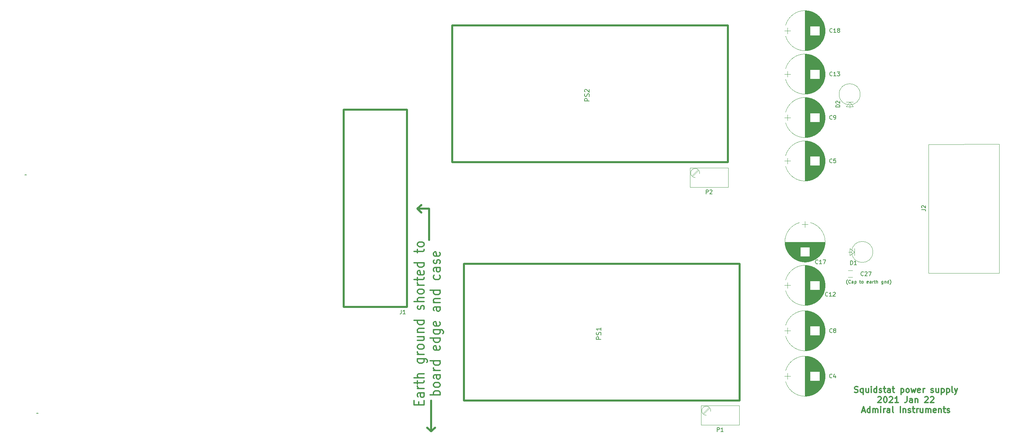
<source format=gbr>
G04 #@! TF.GenerationSoftware,KiCad,Pcbnew,(5.1.0)-1*
G04 #@! TF.CreationDate,2021-01-22T15:31:34-07:00*
G04 #@! TF.ProjectId,pwr supply rev 5,70777220-7375-4707-906c-792072657620,rev?*
G04 #@! TF.SameCoordinates,Original*
G04 #@! TF.FileFunction,Legend,Top*
G04 #@! TF.FilePolarity,Positive*
%FSLAX46Y46*%
G04 Gerber Fmt 4.6, Leading zero omitted, Abs format (unit mm)*
G04 Created by KiCad (PCBNEW (5.1.0)-1) date 2021-01-22 15:31:34*
%MOMM*%
%LPD*%
G04 APERTURE LIST*
%ADD10C,0.150000*%
%ADD11C,0.500000*%
%ADD12C,0.300000*%
%ADD13C,0.120000*%
G04 APERTURE END LIST*
D10*
X130728571Y-79266666D02*
X130690476Y-79228571D01*
X130614285Y-79114285D01*
X130576190Y-79038095D01*
X130538095Y-78923809D01*
X130500000Y-78733333D01*
X130500000Y-78580952D01*
X130538095Y-78390476D01*
X130576190Y-78276190D01*
X130614285Y-78200000D01*
X130690476Y-78085714D01*
X130728571Y-78047619D01*
X131490476Y-78885714D02*
X131452380Y-78923809D01*
X131338095Y-78961904D01*
X131261904Y-78961904D01*
X131147619Y-78923809D01*
X131071428Y-78847619D01*
X131033333Y-78771428D01*
X130995238Y-78619047D01*
X130995238Y-78504761D01*
X131033333Y-78352380D01*
X131071428Y-78276190D01*
X131147619Y-78200000D01*
X131261904Y-78161904D01*
X131338095Y-78161904D01*
X131452380Y-78200000D01*
X131490476Y-78238095D01*
X132176190Y-78961904D02*
X132176190Y-78542857D01*
X132138095Y-78466666D01*
X132061904Y-78428571D01*
X131909523Y-78428571D01*
X131833333Y-78466666D01*
X132176190Y-78923809D02*
X132100000Y-78961904D01*
X131909523Y-78961904D01*
X131833333Y-78923809D01*
X131795238Y-78847619D01*
X131795238Y-78771428D01*
X131833333Y-78695238D01*
X131909523Y-78657142D01*
X132100000Y-78657142D01*
X132176190Y-78619047D01*
X132557142Y-78428571D02*
X132557142Y-79228571D01*
X132557142Y-78466666D02*
X132633333Y-78428571D01*
X132785714Y-78428571D01*
X132861904Y-78466666D01*
X132900000Y-78504761D01*
X132938095Y-78580952D01*
X132938095Y-78809523D01*
X132900000Y-78885714D01*
X132861904Y-78923809D01*
X132785714Y-78961904D01*
X132633333Y-78961904D01*
X132557142Y-78923809D01*
X133776190Y-78428571D02*
X134080952Y-78428571D01*
X133890476Y-78161904D02*
X133890476Y-78847619D01*
X133928571Y-78923809D01*
X134004761Y-78961904D01*
X134080952Y-78961904D01*
X134461904Y-78961904D02*
X134385714Y-78923809D01*
X134347619Y-78885714D01*
X134309523Y-78809523D01*
X134309523Y-78580952D01*
X134347619Y-78504761D01*
X134385714Y-78466666D01*
X134461904Y-78428571D01*
X134576190Y-78428571D01*
X134652380Y-78466666D01*
X134690476Y-78504761D01*
X134728571Y-78580952D01*
X134728571Y-78809523D01*
X134690476Y-78885714D01*
X134652380Y-78923809D01*
X134576190Y-78961904D01*
X134461904Y-78961904D01*
X135985714Y-78923809D02*
X135909523Y-78961904D01*
X135757142Y-78961904D01*
X135680952Y-78923809D01*
X135642857Y-78847619D01*
X135642857Y-78542857D01*
X135680952Y-78466666D01*
X135757142Y-78428571D01*
X135909523Y-78428571D01*
X135985714Y-78466666D01*
X136023809Y-78542857D01*
X136023809Y-78619047D01*
X135642857Y-78695238D01*
X136709523Y-78961904D02*
X136709523Y-78542857D01*
X136671428Y-78466666D01*
X136595238Y-78428571D01*
X136442857Y-78428571D01*
X136366666Y-78466666D01*
X136709523Y-78923809D02*
X136633333Y-78961904D01*
X136442857Y-78961904D01*
X136366666Y-78923809D01*
X136328571Y-78847619D01*
X136328571Y-78771428D01*
X136366666Y-78695238D01*
X136442857Y-78657142D01*
X136633333Y-78657142D01*
X136709523Y-78619047D01*
X137090476Y-78961904D02*
X137090476Y-78428571D01*
X137090476Y-78580952D02*
X137128571Y-78504761D01*
X137166666Y-78466666D01*
X137242857Y-78428571D01*
X137319047Y-78428571D01*
X137471428Y-78428571D02*
X137776190Y-78428571D01*
X137585714Y-78161904D02*
X137585714Y-78847619D01*
X137623809Y-78923809D01*
X137700000Y-78961904D01*
X137776190Y-78961904D01*
X138042857Y-78961904D02*
X138042857Y-78161904D01*
X138385714Y-78961904D02*
X138385714Y-78542857D01*
X138347619Y-78466666D01*
X138271428Y-78428571D01*
X138157142Y-78428571D01*
X138080952Y-78466666D01*
X138042857Y-78504761D01*
X139719047Y-78428571D02*
X139719047Y-79076190D01*
X139680952Y-79152380D01*
X139642857Y-79190476D01*
X139566666Y-79228571D01*
X139452380Y-79228571D01*
X139376190Y-79190476D01*
X139719047Y-78923809D02*
X139642857Y-78961904D01*
X139490476Y-78961904D01*
X139414285Y-78923809D01*
X139376190Y-78885714D01*
X139338095Y-78809523D01*
X139338095Y-78580952D01*
X139376190Y-78504761D01*
X139414285Y-78466666D01*
X139490476Y-78428571D01*
X139642857Y-78428571D01*
X139719047Y-78466666D01*
X140100000Y-78428571D02*
X140100000Y-78961904D01*
X140100000Y-78504761D02*
X140138095Y-78466666D01*
X140214285Y-78428571D01*
X140328571Y-78428571D01*
X140404761Y-78466666D01*
X140442857Y-78542857D01*
X140442857Y-78961904D01*
X141166666Y-78961904D02*
X141166666Y-78161904D01*
X141166666Y-78923809D02*
X141090476Y-78961904D01*
X140938095Y-78961904D01*
X140861904Y-78923809D01*
X140823809Y-78885714D01*
X140785714Y-78809523D01*
X140785714Y-78580952D01*
X140823809Y-78504761D01*
X140861904Y-78466666D01*
X140938095Y-78428571D01*
X141090476Y-78428571D01*
X141166666Y-78466666D01*
X141471428Y-79266666D02*
X141509523Y-79228571D01*
X141585714Y-79114285D01*
X141623809Y-79038095D01*
X141661904Y-78923809D01*
X141700000Y-78733333D01*
X141700000Y-78580952D01*
X141661904Y-78390476D01*
X141623809Y-78276190D01*
X141585714Y-78200000D01*
X141509523Y-78085714D01*
X141471428Y-78047619D01*
D11*
X25500000Y-116500000D02*
X26500000Y-115500000D01*
X25500000Y-116500000D02*
X24500000Y-115500000D01*
X25500000Y-108700000D02*
X25500000Y-116500000D01*
X22000000Y-60100000D02*
X23000000Y-61100000D01*
X22000000Y-60100000D02*
X23000000Y-59100000D01*
X25000000Y-60100000D02*
X22000000Y-60100000D01*
X25000000Y-68000000D02*
X25000000Y-60100000D01*
D12*
X22396428Y-109790476D02*
X22396428Y-109023809D01*
X23705952Y-108695238D02*
X23705952Y-109790476D01*
X21205952Y-109790476D01*
X21205952Y-108695238D01*
X23705952Y-106723809D02*
X22396428Y-106723809D01*
X22158333Y-106833333D01*
X22039285Y-107052380D01*
X22039285Y-107490476D01*
X22158333Y-107709523D01*
X23586904Y-106723809D02*
X23705952Y-106942857D01*
X23705952Y-107490476D01*
X23586904Y-107709523D01*
X23348809Y-107819047D01*
X23110714Y-107819047D01*
X22872619Y-107709523D01*
X22753571Y-107490476D01*
X22753571Y-106942857D01*
X22634523Y-106723809D01*
X23705952Y-105628571D02*
X22039285Y-105628571D01*
X22515476Y-105628571D02*
X22277380Y-105519047D01*
X22158333Y-105409523D01*
X22039285Y-105190476D01*
X22039285Y-104971428D01*
X22039285Y-104533333D02*
X22039285Y-103657142D01*
X21205952Y-104204761D02*
X23348809Y-104204761D01*
X23586904Y-104095238D01*
X23705952Y-103876190D01*
X23705952Y-103657142D01*
X23705952Y-102890476D02*
X21205952Y-102890476D01*
X23705952Y-101904761D02*
X22396428Y-101904761D01*
X22158333Y-102014285D01*
X22039285Y-102233333D01*
X22039285Y-102561904D01*
X22158333Y-102780952D01*
X22277380Y-102890476D01*
X22039285Y-98071428D02*
X24063095Y-98071428D01*
X24301190Y-98180952D01*
X24420238Y-98290476D01*
X24539285Y-98509523D01*
X24539285Y-98838095D01*
X24420238Y-99057142D01*
X23586904Y-98071428D02*
X23705952Y-98290476D01*
X23705952Y-98728571D01*
X23586904Y-98947619D01*
X23467857Y-99057142D01*
X23229761Y-99166666D01*
X22515476Y-99166666D01*
X22277380Y-99057142D01*
X22158333Y-98947619D01*
X22039285Y-98728571D01*
X22039285Y-98290476D01*
X22158333Y-98071428D01*
X23705952Y-96976190D02*
X22039285Y-96976190D01*
X22515476Y-96976190D02*
X22277380Y-96866666D01*
X22158333Y-96757142D01*
X22039285Y-96538095D01*
X22039285Y-96319047D01*
X23705952Y-95223809D02*
X23586904Y-95442857D01*
X23467857Y-95552380D01*
X23229761Y-95661904D01*
X22515476Y-95661904D01*
X22277380Y-95552380D01*
X22158333Y-95442857D01*
X22039285Y-95223809D01*
X22039285Y-94895238D01*
X22158333Y-94676190D01*
X22277380Y-94566666D01*
X22515476Y-94457142D01*
X23229761Y-94457142D01*
X23467857Y-94566666D01*
X23586904Y-94676190D01*
X23705952Y-94895238D01*
X23705952Y-95223809D01*
X22039285Y-92485714D02*
X23705952Y-92485714D01*
X22039285Y-93471428D02*
X23348809Y-93471428D01*
X23586904Y-93361904D01*
X23705952Y-93142857D01*
X23705952Y-92814285D01*
X23586904Y-92595238D01*
X23467857Y-92485714D01*
X22039285Y-91390476D02*
X23705952Y-91390476D01*
X22277380Y-91390476D02*
X22158333Y-91280952D01*
X22039285Y-91061904D01*
X22039285Y-90733333D01*
X22158333Y-90514285D01*
X22396428Y-90404761D01*
X23705952Y-90404761D01*
X23705952Y-88323809D02*
X21205952Y-88323809D01*
X23586904Y-88323809D02*
X23705952Y-88542857D01*
X23705952Y-88980952D01*
X23586904Y-89200000D01*
X23467857Y-89309523D01*
X23229761Y-89419047D01*
X22515476Y-89419047D01*
X22277380Y-89309523D01*
X22158333Y-89200000D01*
X22039285Y-88980952D01*
X22039285Y-88542857D01*
X22158333Y-88323809D01*
X23586904Y-85585714D02*
X23705952Y-85366666D01*
X23705952Y-84928571D01*
X23586904Y-84709523D01*
X23348809Y-84600000D01*
X23229761Y-84600000D01*
X22991666Y-84709523D01*
X22872619Y-84928571D01*
X22872619Y-85257142D01*
X22753571Y-85476190D01*
X22515476Y-85585714D01*
X22396428Y-85585714D01*
X22158333Y-85476190D01*
X22039285Y-85257142D01*
X22039285Y-84928571D01*
X22158333Y-84709523D01*
X23705952Y-83614285D02*
X21205952Y-83614285D01*
X23705952Y-82628571D02*
X22396428Y-82628571D01*
X22158333Y-82738095D01*
X22039285Y-82957142D01*
X22039285Y-83285714D01*
X22158333Y-83504761D01*
X22277380Y-83614285D01*
X23705952Y-81204761D02*
X23586904Y-81423809D01*
X23467857Y-81533333D01*
X23229761Y-81642857D01*
X22515476Y-81642857D01*
X22277380Y-81533333D01*
X22158333Y-81423809D01*
X22039285Y-81204761D01*
X22039285Y-80876190D01*
X22158333Y-80657142D01*
X22277380Y-80547619D01*
X22515476Y-80438095D01*
X23229761Y-80438095D01*
X23467857Y-80547619D01*
X23586904Y-80657142D01*
X23705952Y-80876190D01*
X23705952Y-81204761D01*
X23705952Y-79452380D02*
X22039285Y-79452380D01*
X22515476Y-79452380D02*
X22277380Y-79342857D01*
X22158333Y-79233333D01*
X22039285Y-79014285D01*
X22039285Y-78795238D01*
X22039285Y-78357142D02*
X22039285Y-77480952D01*
X21205952Y-78028571D02*
X23348809Y-78028571D01*
X23586904Y-77919047D01*
X23705952Y-77700000D01*
X23705952Y-77480952D01*
X23586904Y-75838095D02*
X23705952Y-76057142D01*
X23705952Y-76495238D01*
X23586904Y-76714285D01*
X23348809Y-76823809D01*
X22396428Y-76823809D01*
X22158333Y-76714285D01*
X22039285Y-76495238D01*
X22039285Y-76057142D01*
X22158333Y-75838095D01*
X22396428Y-75728571D01*
X22634523Y-75728571D01*
X22872619Y-76823809D01*
X23705952Y-73757142D02*
X21205952Y-73757142D01*
X23586904Y-73757142D02*
X23705952Y-73976190D01*
X23705952Y-74414285D01*
X23586904Y-74633333D01*
X23467857Y-74742857D01*
X23229761Y-74852380D01*
X22515476Y-74852380D01*
X22277380Y-74742857D01*
X22158333Y-74633333D01*
X22039285Y-74414285D01*
X22039285Y-73976190D01*
X22158333Y-73757142D01*
X22039285Y-71238095D02*
X22039285Y-70361904D01*
X21205952Y-70909523D02*
X23348809Y-70909523D01*
X23586904Y-70800000D01*
X23705952Y-70580952D01*
X23705952Y-70361904D01*
X23705952Y-69266666D02*
X23586904Y-69485714D01*
X23467857Y-69595238D01*
X23229761Y-69704761D01*
X22515476Y-69704761D01*
X22277380Y-69595238D01*
X22158333Y-69485714D01*
X22039285Y-69266666D01*
X22039285Y-68938095D01*
X22158333Y-68719047D01*
X22277380Y-68609523D01*
X22515476Y-68500000D01*
X23229761Y-68500000D01*
X23467857Y-68609523D01*
X23586904Y-68719047D01*
X23705952Y-68938095D01*
X23705952Y-69266666D01*
X27755952Y-107271428D02*
X25255952Y-107271428D01*
X26208333Y-107271428D02*
X26089285Y-107052380D01*
X26089285Y-106614285D01*
X26208333Y-106395238D01*
X26327380Y-106285714D01*
X26565476Y-106176190D01*
X27279761Y-106176190D01*
X27517857Y-106285714D01*
X27636904Y-106395238D01*
X27755952Y-106614285D01*
X27755952Y-107052380D01*
X27636904Y-107271428D01*
X27755952Y-104861904D02*
X27636904Y-105080952D01*
X27517857Y-105190476D01*
X27279761Y-105300000D01*
X26565476Y-105300000D01*
X26327380Y-105190476D01*
X26208333Y-105080952D01*
X26089285Y-104861904D01*
X26089285Y-104533333D01*
X26208333Y-104314285D01*
X26327380Y-104204761D01*
X26565476Y-104095238D01*
X27279761Y-104095238D01*
X27517857Y-104204761D01*
X27636904Y-104314285D01*
X27755952Y-104533333D01*
X27755952Y-104861904D01*
X27755952Y-102123809D02*
X26446428Y-102123809D01*
X26208333Y-102233333D01*
X26089285Y-102452380D01*
X26089285Y-102890476D01*
X26208333Y-103109523D01*
X27636904Y-102123809D02*
X27755952Y-102342857D01*
X27755952Y-102890476D01*
X27636904Y-103109523D01*
X27398809Y-103219047D01*
X27160714Y-103219047D01*
X26922619Y-103109523D01*
X26803571Y-102890476D01*
X26803571Y-102342857D01*
X26684523Y-102123809D01*
X27755952Y-101028571D02*
X26089285Y-101028571D01*
X26565476Y-101028571D02*
X26327380Y-100919047D01*
X26208333Y-100809523D01*
X26089285Y-100590476D01*
X26089285Y-100371428D01*
X27755952Y-98619047D02*
X25255952Y-98619047D01*
X27636904Y-98619047D02*
X27755952Y-98838095D01*
X27755952Y-99276190D01*
X27636904Y-99495238D01*
X27517857Y-99604761D01*
X27279761Y-99714285D01*
X26565476Y-99714285D01*
X26327380Y-99604761D01*
X26208333Y-99495238D01*
X26089285Y-99276190D01*
X26089285Y-98838095D01*
X26208333Y-98619047D01*
X27636904Y-94895238D02*
X27755952Y-95114285D01*
X27755952Y-95552380D01*
X27636904Y-95771428D01*
X27398809Y-95880952D01*
X26446428Y-95880952D01*
X26208333Y-95771428D01*
X26089285Y-95552380D01*
X26089285Y-95114285D01*
X26208333Y-94895238D01*
X26446428Y-94785714D01*
X26684523Y-94785714D01*
X26922619Y-95880952D01*
X27755952Y-92814285D02*
X25255952Y-92814285D01*
X27636904Y-92814285D02*
X27755952Y-93033333D01*
X27755952Y-93471428D01*
X27636904Y-93690476D01*
X27517857Y-93800000D01*
X27279761Y-93909523D01*
X26565476Y-93909523D01*
X26327380Y-93800000D01*
X26208333Y-93690476D01*
X26089285Y-93471428D01*
X26089285Y-93033333D01*
X26208333Y-92814285D01*
X26089285Y-90733333D02*
X28113095Y-90733333D01*
X28351190Y-90842857D01*
X28470238Y-90952380D01*
X28589285Y-91171428D01*
X28589285Y-91500000D01*
X28470238Y-91719047D01*
X27636904Y-90733333D02*
X27755952Y-90952380D01*
X27755952Y-91390476D01*
X27636904Y-91609523D01*
X27517857Y-91719047D01*
X27279761Y-91828571D01*
X26565476Y-91828571D01*
X26327380Y-91719047D01*
X26208333Y-91609523D01*
X26089285Y-91390476D01*
X26089285Y-90952380D01*
X26208333Y-90733333D01*
X27636904Y-88761904D02*
X27755952Y-88980952D01*
X27755952Y-89419047D01*
X27636904Y-89638095D01*
X27398809Y-89747619D01*
X26446428Y-89747619D01*
X26208333Y-89638095D01*
X26089285Y-89419047D01*
X26089285Y-88980952D01*
X26208333Y-88761904D01*
X26446428Y-88652380D01*
X26684523Y-88652380D01*
X26922619Y-89747619D01*
X27755952Y-84928571D02*
X26446428Y-84928571D01*
X26208333Y-85038095D01*
X26089285Y-85257142D01*
X26089285Y-85695238D01*
X26208333Y-85914285D01*
X27636904Y-84928571D02*
X27755952Y-85147619D01*
X27755952Y-85695238D01*
X27636904Y-85914285D01*
X27398809Y-86023809D01*
X27160714Y-86023809D01*
X26922619Y-85914285D01*
X26803571Y-85695238D01*
X26803571Y-85147619D01*
X26684523Y-84928571D01*
X26089285Y-83833333D02*
X27755952Y-83833333D01*
X26327380Y-83833333D02*
X26208333Y-83723809D01*
X26089285Y-83504761D01*
X26089285Y-83176190D01*
X26208333Y-82957142D01*
X26446428Y-82847619D01*
X27755952Y-82847619D01*
X27755952Y-80766666D02*
X25255952Y-80766666D01*
X27636904Y-80766666D02*
X27755952Y-80985714D01*
X27755952Y-81423809D01*
X27636904Y-81642857D01*
X27517857Y-81752380D01*
X27279761Y-81861904D01*
X26565476Y-81861904D01*
X26327380Y-81752380D01*
X26208333Y-81642857D01*
X26089285Y-81423809D01*
X26089285Y-80985714D01*
X26208333Y-80766666D01*
X27636904Y-76933333D02*
X27755952Y-77152380D01*
X27755952Y-77590476D01*
X27636904Y-77809523D01*
X27517857Y-77919047D01*
X27279761Y-78028571D01*
X26565476Y-78028571D01*
X26327380Y-77919047D01*
X26208333Y-77809523D01*
X26089285Y-77590476D01*
X26089285Y-77152380D01*
X26208333Y-76933333D01*
X27755952Y-74961904D02*
X26446428Y-74961904D01*
X26208333Y-75071428D01*
X26089285Y-75290476D01*
X26089285Y-75728571D01*
X26208333Y-75947619D01*
X27636904Y-74961904D02*
X27755952Y-75180952D01*
X27755952Y-75728571D01*
X27636904Y-75947619D01*
X27398809Y-76057142D01*
X27160714Y-76057142D01*
X26922619Y-75947619D01*
X26803571Y-75728571D01*
X26803571Y-75180952D01*
X26684523Y-74961904D01*
X27636904Y-73976190D02*
X27755952Y-73757142D01*
X27755952Y-73319047D01*
X27636904Y-73100000D01*
X27398809Y-72990476D01*
X27279761Y-72990476D01*
X27041666Y-73100000D01*
X26922619Y-73319047D01*
X26922619Y-73647619D01*
X26803571Y-73866666D01*
X26565476Y-73976190D01*
X26446428Y-73976190D01*
X26208333Y-73866666D01*
X26089285Y-73647619D01*
X26089285Y-73319047D01*
X26208333Y-73100000D01*
X27636904Y-71128571D02*
X27755952Y-71347619D01*
X27755952Y-71785714D01*
X27636904Y-72004761D01*
X27398809Y-72114285D01*
X26446428Y-72114285D01*
X26208333Y-72004761D01*
X26089285Y-71785714D01*
X26089285Y-71347619D01*
X26208333Y-71128571D01*
X26446428Y-71019047D01*
X26684523Y-71019047D01*
X26922619Y-72114285D01*
X132535714Y-106557142D02*
X132750000Y-106628571D01*
X133107142Y-106628571D01*
X133250000Y-106557142D01*
X133321428Y-106485714D01*
X133392857Y-106342857D01*
X133392857Y-106200000D01*
X133321428Y-106057142D01*
X133250000Y-105985714D01*
X133107142Y-105914285D01*
X132821428Y-105842857D01*
X132678571Y-105771428D01*
X132607142Y-105700000D01*
X132535714Y-105557142D01*
X132535714Y-105414285D01*
X132607142Y-105271428D01*
X132678571Y-105200000D01*
X132821428Y-105128571D01*
X133178571Y-105128571D01*
X133392857Y-105200000D01*
X134678571Y-105628571D02*
X134678571Y-107128571D01*
X134678571Y-106557142D02*
X134535714Y-106628571D01*
X134250000Y-106628571D01*
X134107142Y-106557142D01*
X134035714Y-106485714D01*
X133964285Y-106342857D01*
X133964285Y-105914285D01*
X134035714Y-105771428D01*
X134107142Y-105700000D01*
X134250000Y-105628571D01*
X134535714Y-105628571D01*
X134678571Y-105700000D01*
X136035714Y-105628571D02*
X136035714Y-106628571D01*
X135392857Y-105628571D02*
X135392857Y-106414285D01*
X135464285Y-106557142D01*
X135607142Y-106628571D01*
X135821428Y-106628571D01*
X135964285Y-106557142D01*
X136035714Y-106485714D01*
X136750000Y-106628571D02*
X136750000Y-105628571D01*
X136750000Y-105128571D02*
X136678571Y-105200000D01*
X136750000Y-105271428D01*
X136821428Y-105200000D01*
X136750000Y-105128571D01*
X136750000Y-105271428D01*
X138107142Y-106628571D02*
X138107142Y-105128571D01*
X138107142Y-106557142D02*
X137964285Y-106628571D01*
X137678571Y-106628571D01*
X137535714Y-106557142D01*
X137464285Y-106485714D01*
X137392857Y-106342857D01*
X137392857Y-105914285D01*
X137464285Y-105771428D01*
X137535714Y-105700000D01*
X137678571Y-105628571D01*
X137964285Y-105628571D01*
X138107142Y-105700000D01*
X138750000Y-106557142D02*
X138892857Y-106628571D01*
X139178571Y-106628571D01*
X139321428Y-106557142D01*
X139392857Y-106414285D01*
X139392857Y-106342857D01*
X139321428Y-106200000D01*
X139178571Y-106128571D01*
X138964285Y-106128571D01*
X138821428Y-106057142D01*
X138750000Y-105914285D01*
X138750000Y-105842857D01*
X138821428Y-105700000D01*
X138964285Y-105628571D01*
X139178571Y-105628571D01*
X139321428Y-105700000D01*
X139821428Y-105628571D02*
X140392857Y-105628571D01*
X140035714Y-105128571D02*
X140035714Y-106414285D01*
X140107142Y-106557142D01*
X140250000Y-106628571D01*
X140392857Y-106628571D01*
X141535714Y-106628571D02*
X141535714Y-105842857D01*
X141464285Y-105700000D01*
X141321428Y-105628571D01*
X141035714Y-105628571D01*
X140892857Y-105700000D01*
X141535714Y-106557142D02*
X141392857Y-106628571D01*
X141035714Y-106628571D01*
X140892857Y-106557142D01*
X140821428Y-106414285D01*
X140821428Y-106271428D01*
X140892857Y-106128571D01*
X141035714Y-106057142D01*
X141392857Y-106057142D01*
X141535714Y-105985714D01*
X142035714Y-105628571D02*
X142607142Y-105628571D01*
X142250000Y-105128571D02*
X142250000Y-106414285D01*
X142321428Y-106557142D01*
X142464285Y-106628571D01*
X142607142Y-106628571D01*
X144250000Y-105628571D02*
X144250000Y-107128571D01*
X144250000Y-105700000D02*
X144392857Y-105628571D01*
X144678571Y-105628571D01*
X144821428Y-105700000D01*
X144892857Y-105771428D01*
X144964285Y-105914285D01*
X144964285Y-106342857D01*
X144892857Y-106485714D01*
X144821428Y-106557142D01*
X144678571Y-106628571D01*
X144392857Y-106628571D01*
X144250000Y-106557142D01*
X145821428Y-106628571D02*
X145678571Y-106557142D01*
X145607142Y-106485714D01*
X145535714Y-106342857D01*
X145535714Y-105914285D01*
X145607142Y-105771428D01*
X145678571Y-105700000D01*
X145821428Y-105628571D01*
X146035714Y-105628571D01*
X146178571Y-105700000D01*
X146250000Y-105771428D01*
X146321428Y-105914285D01*
X146321428Y-106342857D01*
X146250000Y-106485714D01*
X146178571Y-106557142D01*
X146035714Y-106628571D01*
X145821428Y-106628571D01*
X146821428Y-105628571D02*
X147107142Y-106628571D01*
X147392857Y-105914285D01*
X147678571Y-106628571D01*
X147964285Y-105628571D01*
X149107142Y-106557142D02*
X148964285Y-106628571D01*
X148678571Y-106628571D01*
X148535714Y-106557142D01*
X148464285Y-106414285D01*
X148464285Y-105842857D01*
X148535714Y-105700000D01*
X148678571Y-105628571D01*
X148964285Y-105628571D01*
X149107142Y-105700000D01*
X149178571Y-105842857D01*
X149178571Y-105985714D01*
X148464285Y-106128571D01*
X149821428Y-106628571D02*
X149821428Y-105628571D01*
X149821428Y-105914285D02*
X149892857Y-105771428D01*
X149964285Y-105700000D01*
X150107142Y-105628571D01*
X150250000Y-105628571D01*
X151821428Y-106557142D02*
X151964285Y-106628571D01*
X152250000Y-106628571D01*
X152392857Y-106557142D01*
X152464285Y-106414285D01*
X152464285Y-106342857D01*
X152392857Y-106200000D01*
X152250000Y-106128571D01*
X152035714Y-106128571D01*
X151892857Y-106057142D01*
X151821428Y-105914285D01*
X151821428Y-105842857D01*
X151892857Y-105700000D01*
X152035714Y-105628571D01*
X152250000Y-105628571D01*
X152392857Y-105700000D01*
X153750000Y-105628571D02*
X153750000Y-106628571D01*
X153107142Y-105628571D02*
X153107142Y-106414285D01*
X153178571Y-106557142D01*
X153321428Y-106628571D01*
X153535714Y-106628571D01*
X153678571Y-106557142D01*
X153750000Y-106485714D01*
X154464285Y-105628571D02*
X154464285Y-107128571D01*
X154464285Y-105700000D02*
X154607142Y-105628571D01*
X154892857Y-105628571D01*
X155035714Y-105700000D01*
X155107142Y-105771428D01*
X155178571Y-105914285D01*
X155178571Y-106342857D01*
X155107142Y-106485714D01*
X155035714Y-106557142D01*
X154892857Y-106628571D01*
X154607142Y-106628571D01*
X154464285Y-106557142D01*
X155821428Y-105628571D02*
X155821428Y-107128571D01*
X155821428Y-105700000D02*
X155964285Y-105628571D01*
X156250000Y-105628571D01*
X156392857Y-105700000D01*
X156464285Y-105771428D01*
X156535714Y-105914285D01*
X156535714Y-106342857D01*
X156464285Y-106485714D01*
X156392857Y-106557142D01*
X156250000Y-106628571D01*
X155964285Y-106628571D01*
X155821428Y-106557142D01*
X157392857Y-106628571D02*
X157250000Y-106557142D01*
X157178571Y-106414285D01*
X157178571Y-105128571D01*
X157821428Y-105628571D02*
X158178571Y-106628571D01*
X158535714Y-105628571D02*
X158178571Y-106628571D01*
X158035714Y-106985714D01*
X157964285Y-107057142D01*
X157821428Y-107128571D01*
X138428571Y-107821428D02*
X138500000Y-107750000D01*
X138642857Y-107678571D01*
X139000000Y-107678571D01*
X139142857Y-107750000D01*
X139214285Y-107821428D01*
X139285714Y-107964285D01*
X139285714Y-108107142D01*
X139214285Y-108321428D01*
X138357142Y-109178571D01*
X139285714Y-109178571D01*
X140214285Y-107678571D02*
X140357142Y-107678571D01*
X140500000Y-107750000D01*
X140571428Y-107821428D01*
X140642857Y-107964285D01*
X140714285Y-108250000D01*
X140714285Y-108607142D01*
X140642857Y-108892857D01*
X140571428Y-109035714D01*
X140500000Y-109107142D01*
X140357142Y-109178571D01*
X140214285Y-109178571D01*
X140071428Y-109107142D01*
X140000000Y-109035714D01*
X139928571Y-108892857D01*
X139857142Y-108607142D01*
X139857142Y-108250000D01*
X139928571Y-107964285D01*
X140000000Y-107821428D01*
X140071428Y-107750000D01*
X140214285Y-107678571D01*
X141285714Y-107821428D02*
X141357142Y-107750000D01*
X141500000Y-107678571D01*
X141857142Y-107678571D01*
X142000000Y-107750000D01*
X142071428Y-107821428D01*
X142142857Y-107964285D01*
X142142857Y-108107142D01*
X142071428Y-108321428D01*
X141214285Y-109178571D01*
X142142857Y-109178571D01*
X143571428Y-109178571D02*
X142714285Y-109178571D01*
X143142857Y-109178571D02*
X143142857Y-107678571D01*
X143000000Y-107892857D01*
X142857142Y-108035714D01*
X142714285Y-108107142D01*
X145785714Y-107678571D02*
X145785714Y-108750000D01*
X145714285Y-108964285D01*
X145571428Y-109107142D01*
X145357142Y-109178571D01*
X145214285Y-109178571D01*
X147142857Y-109178571D02*
X147142857Y-108392857D01*
X147071428Y-108250000D01*
X146928571Y-108178571D01*
X146642857Y-108178571D01*
X146500000Y-108250000D01*
X147142857Y-109107142D02*
X147000000Y-109178571D01*
X146642857Y-109178571D01*
X146500000Y-109107142D01*
X146428571Y-108964285D01*
X146428571Y-108821428D01*
X146500000Y-108678571D01*
X146642857Y-108607142D01*
X147000000Y-108607142D01*
X147142857Y-108535714D01*
X147857142Y-108178571D02*
X147857142Y-109178571D01*
X147857142Y-108321428D02*
X147928571Y-108250000D01*
X148071428Y-108178571D01*
X148285714Y-108178571D01*
X148428571Y-108250000D01*
X148500000Y-108392857D01*
X148500000Y-109178571D01*
X150285714Y-107821428D02*
X150357142Y-107750000D01*
X150500000Y-107678571D01*
X150857142Y-107678571D01*
X151000000Y-107750000D01*
X151071428Y-107821428D01*
X151142857Y-107964285D01*
X151142857Y-108107142D01*
X151071428Y-108321428D01*
X150214285Y-109178571D01*
X151142857Y-109178571D01*
X151714285Y-107821428D02*
X151785714Y-107750000D01*
X151928571Y-107678571D01*
X152285714Y-107678571D01*
X152428571Y-107750000D01*
X152500000Y-107821428D01*
X152571428Y-107964285D01*
X152571428Y-108107142D01*
X152500000Y-108321428D01*
X151642857Y-109178571D01*
X152571428Y-109178571D01*
X134428571Y-111300000D02*
X135142857Y-111300000D01*
X134285714Y-111728571D02*
X134785714Y-110228571D01*
X135285714Y-111728571D01*
X136428571Y-111728571D02*
X136428571Y-110228571D01*
X136428571Y-111657142D02*
X136285714Y-111728571D01*
X136000000Y-111728571D01*
X135857142Y-111657142D01*
X135785714Y-111585714D01*
X135714285Y-111442857D01*
X135714285Y-111014285D01*
X135785714Y-110871428D01*
X135857142Y-110800000D01*
X136000000Y-110728571D01*
X136285714Y-110728571D01*
X136428571Y-110800000D01*
X137142857Y-111728571D02*
X137142857Y-110728571D01*
X137142857Y-110871428D02*
X137214285Y-110800000D01*
X137357142Y-110728571D01*
X137571428Y-110728571D01*
X137714285Y-110800000D01*
X137785714Y-110942857D01*
X137785714Y-111728571D01*
X137785714Y-110942857D02*
X137857142Y-110800000D01*
X138000000Y-110728571D01*
X138214285Y-110728571D01*
X138357142Y-110800000D01*
X138428571Y-110942857D01*
X138428571Y-111728571D01*
X139142857Y-111728571D02*
X139142857Y-110728571D01*
X139142857Y-110228571D02*
X139071428Y-110300000D01*
X139142857Y-110371428D01*
X139214285Y-110300000D01*
X139142857Y-110228571D01*
X139142857Y-110371428D01*
X139857142Y-111728571D02*
X139857142Y-110728571D01*
X139857142Y-111014285D02*
X139928571Y-110871428D01*
X140000000Y-110800000D01*
X140142857Y-110728571D01*
X140285714Y-110728571D01*
X141428571Y-111728571D02*
X141428571Y-110942857D01*
X141357142Y-110800000D01*
X141214285Y-110728571D01*
X140928571Y-110728571D01*
X140785714Y-110800000D01*
X141428571Y-111657142D02*
X141285714Y-111728571D01*
X140928571Y-111728571D01*
X140785714Y-111657142D01*
X140714285Y-111514285D01*
X140714285Y-111371428D01*
X140785714Y-111228571D01*
X140928571Y-111157142D01*
X141285714Y-111157142D01*
X141428571Y-111085714D01*
X142357142Y-111728571D02*
X142214285Y-111657142D01*
X142142857Y-111514285D01*
X142142857Y-110228571D01*
X144071428Y-111728571D02*
X144071428Y-110228571D01*
X144785714Y-110728571D02*
X144785714Y-111728571D01*
X144785714Y-110871428D02*
X144857142Y-110800000D01*
X145000000Y-110728571D01*
X145214285Y-110728571D01*
X145357142Y-110800000D01*
X145428571Y-110942857D01*
X145428571Y-111728571D01*
X146071428Y-111657142D02*
X146214285Y-111728571D01*
X146500000Y-111728571D01*
X146642857Y-111657142D01*
X146714285Y-111514285D01*
X146714285Y-111442857D01*
X146642857Y-111300000D01*
X146500000Y-111228571D01*
X146285714Y-111228571D01*
X146142857Y-111157142D01*
X146071428Y-111014285D01*
X146071428Y-110942857D01*
X146142857Y-110800000D01*
X146285714Y-110728571D01*
X146500000Y-110728571D01*
X146642857Y-110800000D01*
X147142857Y-110728571D02*
X147714285Y-110728571D01*
X147357142Y-110228571D02*
X147357142Y-111514285D01*
X147428571Y-111657142D01*
X147571428Y-111728571D01*
X147714285Y-111728571D01*
X148214285Y-111728571D02*
X148214285Y-110728571D01*
X148214285Y-111014285D02*
X148285714Y-110871428D01*
X148357142Y-110800000D01*
X148500000Y-110728571D01*
X148642857Y-110728571D01*
X149785714Y-110728571D02*
X149785714Y-111728571D01*
X149142857Y-110728571D02*
X149142857Y-111514285D01*
X149214285Y-111657142D01*
X149357142Y-111728571D01*
X149571428Y-111728571D01*
X149714285Y-111657142D01*
X149785714Y-111585714D01*
X150500000Y-111728571D02*
X150500000Y-110728571D01*
X150500000Y-110871428D02*
X150571428Y-110800000D01*
X150714285Y-110728571D01*
X150928571Y-110728571D01*
X151071428Y-110800000D01*
X151142857Y-110942857D01*
X151142857Y-111728571D01*
X151142857Y-110942857D02*
X151214285Y-110800000D01*
X151357142Y-110728571D01*
X151571428Y-110728571D01*
X151714285Y-110800000D01*
X151785714Y-110942857D01*
X151785714Y-111728571D01*
X153071428Y-111657142D02*
X152928571Y-111728571D01*
X152642857Y-111728571D01*
X152500000Y-111657142D01*
X152428571Y-111514285D01*
X152428571Y-110942857D01*
X152500000Y-110800000D01*
X152642857Y-110728571D01*
X152928571Y-110728571D01*
X153071428Y-110800000D01*
X153142857Y-110942857D01*
X153142857Y-111085714D01*
X152428571Y-111228571D01*
X153785714Y-110728571D02*
X153785714Y-111728571D01*
X153785714Y-110871428D02*
X153857142Y-110800000D01*
X154000000Y-110728571D01*
X154214285Y-110728571D01*
X154357142Y-110800000D01*
X154428571Y-110942857D01*
X154428571Y-111728571D01*
X154928571Y-110728571D02*
X155500000Y-110728571D01*
X155142857Y-110228571D02*
X155142857Y-111514285D01*
X155214285Y-111657142D01*
X155357142Y-111728571D01*
X155500000Y-111728571D01*
X155928571Y-111657142D02*
X156071428Y-111728571D01*
X156357142Y-111728571D01*
X156500000Y-111657142D01*
X156571428Y-111514285D01*
X156571428Y-111442857D01*
X156500000Y-111300000D01*
X156357142Y-111228571D01*
X156142857Y-111228571D01*
X156000000Y-111157142D01*
X155928571Y-111014285D01*
X155928571Y-110942857D01*
X156000000Y-110800000D01*
X156142857Y-110728571D01*
X156357142Y-110728571D01*
X156500000Y-110800000D01*
D13*
X131805000Y-71040000D02*
X130990000Y-71040000D01*
X132522667Y-71929000D02*
X132522667Y-70151000D01*
X132522667Y-71040000D02*
X131337333Y-71929000D01*
X131337333Y-71929000D02*
X131337333Y-70151000D01*
X131337333Y-70151000D02*
X132522667Y-71040000D01*
X137135000Y-71040000D02*
G75*
G03X137135000Y-71040000I-2665000J0D01*
G01*
X133945000Y-31110000D02*
G75*
G03X133945000Y-31110000I-2665000J0D01*
G01*
X130391000Y-34242667D02*
X131280000Y-33057333D01*
X132169000Y-34242667D02*
X130391000Y-34242667D01*
X131280000Y-33057333D02*
X132169000Y-34242667D01*
X132169000Y-33057333D02*
X130391000Y-33057333D01*
X131280000Y-33775000D02*
X131280000Y-34590000D01*
X94309000Y-112125000D02*
X95921000Y-110515000D01*
X94169000Y-111984000D02*
X95780000Y-110374000D01*
X93715000Y-114870000D02*
X93715000Y-109919000D01*
X103365000Y-114870000D02*
X103365000Y-109919000D01*
X103365000Y-109919000D02*
X93715000Y-109919000D01*
X103365000Y-114870000D02*
X93715000Y-114870000D01*
X95024879Y-110095948D02*
G75*
G02X96174000Y-111490000I20121J-1154052D01*
G01*
X95085309Y-112404296D02*
G75*
G02X95045000Y-110095000I-40309J1154296D01*
G01*
X91509000Y-51925000D02*
X93121000Y-50315000D01*
X91369000Y-51784000D02*
X92980000Y-50174000D01*
X90915000Y-54670000D02*
X90915000Y-49719000D01*
X100565000Y-54670000D02*
X100565000Y-49719000D01*
X100565000Y-49719000D02*
X90915000Y-49719000D01*
X100565000Y-54670000D02*
X90915000Y-54670000D01*
X92224879Y-49895948D02*
G75*
G02X93374000Y-51290000I20121J-1154052D01*
G01*
X92285309Y-52204296D02*
G75*
G02X92245000Y-49895000I-40309J1154296D01*
G01*
X169120000Y-76410000D02*
X169120000Y-43760000D01*
X151220000Y-76410000D02*
X169120000Y-76410000D01*
X151220000Y-43810000D02*
X151220000Y-76410000D01*
X169120000Y-43760000D02*
X151220000Y-43810000D01*
X132037000Y-75739000D02*
X130863000Y-75739000D01*
X132037000Y-77461000D02*
X130863000Y-77461000D01*
X124898437Y-101116736D02*
G75*
G03X115100643Y-101120000I-4898437J-1383264D01*
G01*
X124898437Y-103883264D02*
G75*
G02X115100643Y-103880000I-4898437J1383264D01*
G01*
X124898437Y-103883264D02*
G75*
G03X124899357Y-101120000I-4898437J1383264D01*
G01*
X120000000Y-97450000D02*
X120000000Y-107550000D01*
X120040000Y-97450000D02*
X120040000Y-107550000D01*
X120080000Y-97450000D02*
X120080000Y-107550000D01*
X120120000Y-97451000D02*
X120120000Y-107549000D01*
X120160000Y-97452000D02*
X120160000Y-107548000D01*
X120200000Y-97453000D02*
X120200000Y-107547000D01*
X120240000Y-97455000D02*
X120240000Y-107545000D01*
X120280000Y-97457000D02*
X120280000Y-107543000D01*
X120320000Y-97460000D02*
X120320000Y-107540000D01*
X120360000Y-97462000D02*
X120360000Y-107538000D01*
X120400000Y-97465000D02*
X120400000Y-107535000D01*
X120440000Y-97469000D02*
X120440000Y-107531000D01*
X120480000Y-97472000D02*
X120480000Y-107528000D01*
X120520000Y-97476000D02*
X120520000Y-107524000D01*
X120560000Y-97480000D02*
X120560000Y-107520000D01*
X120600000Y-97485000D02*
X120600000Y-107515000D01*
X120640000Y-97490000D02*
X120640000Y-107510000D01*
X120680000Y-97495000D02*
X120680000Y-107505000D01*
X120721000Y-97501000D02*
X120721000Y-107499000D01*
X120761000Y-97507000D02*
X120761000Y-107493000D01*
X120801000Y-97513000D02*
X120801000Y-107487000D01*
X120841000Y-97519000D02*
X120841000Y-107481000D01*
X120881000Y-97526000D02*
X120881000Y-107474000D01*
X120921000Y-97533000D02*
X120921000Y-107467000D01*
X120961000Y-97541000D02*
X120961000Y-107459000D01*
X121001000Y-97549000D02*
X121001000Y-107451000D01*
X121041000Y-97557000D02*
X121041000Y-107443000D01*
X121081000Y-97565000D02*
X121081000Y-107435000D01*
X121121000Y-97574000D02*
X121121000Y-107426000D01*
X121161000Y-97583000D02*
X121161000Y-107417000D01*
X121201000Y-97593000D02*
X121201000Y-107407000D01*
X121241000Y-97603000D02*
X121241000Y-107397000D01*
X121281000Y-97613000D02*
X121281000Y-107387000D01*
X121321000Y-97624000D02*
X121321000Y-101319000D01*
X121321000Y-103681000D02*
X121321000Y-107376000D01*
X121361000Y-97635000D02*
X121361000Y-101319000D01*
X121361000Y-103681000D02*
X121361000Y-107365000D01*
X121401000Y-97646000D02*
X121401000Y-101319000D01*
X121401000Y-103681000D02*
X121401000Y-107354000D01*
X121441000Y-97657000D02*
X121441000Y-101319000D01*
X121441000Y-103681000D02*
X121441000Y-107343000D01*
X121481000Y-97669000D02*
X121481000Y-101319000D01*
X121481000Y-103681000D02*
X121481000Y-107331000D01*
X121521000Y-97682000D02*
X121521000Y-101319000D01*
X121521000Y-103681000D02*
X121521000Y-107318000D01*
X121561000Y-97694000D02*
X121561000Y-101319000D01*
X121561000Y-103681000D02*
X121561000Y-107306000D01*
X121601000Y-97708000D02*
X121601000Y-101319000D01*
X121601000Y-103681000D02*
X121601000Y-107292000D01*
X121641000Y-97721000D02*
X121641000Y-101319000D01*
X121641000Y-103681000D02*
X121641000Y-107279000D01*
X121681000Y-97735000D02*
X121681000Y-101319000D01*
X121681000Y-103681000D02*
X121681000Y-107265000D01*
X121721000Y-97749000D02*
X121721000Y-101319000D01*
X121721000Y-103681000D02*
X121721000Y-107251000D01*
X121761000Y-97763000D02*
X121761000Y-101319000D01*
X121761000Y-103681000D02*
X121761000Y-107237000D01*
X121801000Y-97778000D02*
X121801000Y-101319000D01*
X121801000Y-103681000D02*
X121801000Y-107222000D01*
X121841000Y-97794000D02*
X121841000Y-101319000D01*
X121841000Y-103681000D02*
X121841000Y-107206000D01*
X121881000Y-97809000D02*
X121881000Y-101319000D01*
X121881000Y-103681000D02*
X121881000Y-107191000D01*
X121921000Y-97826000D02*
X121921000Y-101319000D01*
X121921000Y-103681000D02*
X121921000Y-107174000D01*
X121961000Y-97842000D02*
X121961000Y-101319000D01*
X121961000Y-103681000D02*
X121961000Y-107158000D01*
X122001000Y-97859000D02*
X122001000Y-101319000D01*
X122001000Y-103681000D02*
X122001000Y-107141000D01*
X122041000Y-97876000D02*
X122041000Y-101319000D01*
X122041000Y-103681000D02*
X122041000Y-107124000D01*
X122081000Y-97894000D02*
X122081000Y-101319000D01*
X122081000Y-103681000D02*
X122081000Y-107106000D01*
X122121000Y-97912000D02*
X122121000Y-101319000D01*
X122121000Y-103681000D02*
X122121000Y-107088000D01*
X122161000Y-97931000D02*
X122161000Y-101319000D01*
X122161000Y-103681000D02*
X122161000Y-107069000D01*
X122201000Y-97950000D02*
X122201000Y-101319000D01*
X122201000Y-103681000D02*
X122201000Y-107050000D01*
X122241000Y-97969000D02*
X122241000Y-101319000D01*
X122241000Y-103681000D02*
X122241000Y-107031000D01*
X122281000Y-97989000D02*
X122281000Y-101319000D01*
X122281000Y-103681000D02*
X122281000Y-107011000D01*
X122321000Y-98009000D02*
X122321000Y-101319000D01*
X122321000Y-103681000D02*
X122321000Y-106991000D01*
X122361000Y-98030000D02*
X122361000Y-101319000D01*
X122361000Y-103681000D02*
X122361000Y-106970000D01*
X122401000Y-98051000D02*
X122401000Y-101319000D01*
X122401000Y-103681000D02*
X122401000Y-106949000D01*
X122441000Y-98072000D02*
X122441000Y-101319000D01*
X122441000Y-103681000D02*
X122441000Y-106928000D01*
X122481000Y-98095000D02*
X122481000Y-101319000D01*
X122481000Y-103681000D02*
X122481000Y-106905000D01*
X122521000Y-98117000D02*
X122521000Y-101319000D01*
X122521000Y-103681000D02*
X122521000Y-106883000D01*
X122561000Y-98140000D02*
X122561000Y-101319000D01*
X122561000Y-103681000D02*
X122561000Y-106860000D01*
X122601000Y-98164000D02*
X122601000Y-101319000D01*
X122601000Y-103681000D02*
X122601000Y-106836000D01*
X122641000Y-98188000D02*
X122641000Y-101319000D01*
X122641000Y-103681000D02*
X122641000Y-106812000D01*
X122681000Y-98212000D02*
X122681000Y-101319000D01*
X122681000Y-103681000D02*
X122681000Y-106788000D01*
X122721000Y-98237000D02*
X122721000Y-101319000D01*
X122721000Y-103681000D02*
X122721000Y-106763000D01*
X122761000Y-98263000D02*
X122761000Y-101319000D01*
X122761000Y-103681000D02*
X122761000Y-106737000D01*
X122801000Y-98289000D02*
X122801000Y-101319000D01*
X122801000Y-103681000D02*
X122801000Y-106711000D01*
X122841000Y-98315000D02*
X122841000Y-101319000D01*
X122841000Y-103681000D02*
X122841000Y-106685000D01*
X122881000Y-98343000D02*
X122881000Y-101319000D01*
X122881000Y-103681000D02*
X122881000Y-106657000D01*
X122921000Y-98370000D02*
X122921000Y-101319000D01*
X122921000Y-103681000D02*
X122921000Y-106630000D01*
X122961000Y-98399000D02*
X122961000Y-101319000D01*
X122961000Y-103681000D02*
X122961000Y-106601000D01*
X123001000Y-98428000D02*
X123001000Y-101319000D01*
X123001000Y-103681000D02*
X123001000Y-106572000D01*
X123041000Y-98457000D02*
X123041000Y-101319000D01*
X123041000Y-103681000D02*
X123041000Y-106543000D01*
X123081000Y-98487000D02*
X123081000Y-101319000D01*
X123081000Y-103681000D02*
X123081000Y-106513000D01*
X123121000Y-98518000D02*
X123121000Y-101319000D01*
X123121000Y-103681000D02*
X123121000Y-106482000D01*
X123161000Y-98549000D02*
X123161000Y-101319000D01*
X123161000Y-103681000D02*
X123161000Y-106451000D01*
X123201000Y-98581000D02*
X123201000Y-101319000D01*
X123201000Y-103681000D02*
X123201000Y-106419000D01*
X123241000Y-98614000D02*
X123241000Y-101319000D01*
X123241000Y-103681000D02*
X123241000Y-106386000D01*
X123281000Y-98647000D02*
X123281000Y-101319000D01*
X123281000Y-103681000D02*
X123281000Y-106353000D01*
X123321000Y-98681000D02*
X123321000Y-101319000D01*
X123321000Y-103681000D02*
X123321000Y-106319000D01*
X123361000Y-98716000D02*
X123361000Y-101319000D01*
X123361000Y-103681000D02*
X123361000Y-106284000D01*
X123401000Y-98752000D02*
X123401000Y-101319000D01*
X123401000Y-103681000D02*
X123401000Y-106248000D01*
X123441000Y-98788000D02*
X123441000Y-101319000D01*
X123441000Y-103681000D02*
X123441000Y-106212000D01*
X123481000Y-98825000D02*
X123481000Y-101319000D01*
X123481000Y-103681000D02*
X123481000Y-106175000D01*
X123521000Y-98863000D02*
X123521000Y-101319000D01*
X123521000Y-103681000D02*
X123521000Y-106137000D01*
X123561000Y-98902000D02*
X123561000Y-101319000D01*
X123561000Y-103681000D02*
X123561000Y-106098000D01*
X123601000Y-98941000D02*
X123601000Y-101319000D01*
X123601000Y-103681000D02*
X123601000Y-106059000D01*
X123641000Y-98982000D02*
X123641000Y-101319000D01*
X123641000Y-103681000D02*
X123641000Y-106018000D01*
X123681000Y-99023000D02*
X123681000Y-105977000D01*
X123721000Y-99065000D02*
X123721000Y-105935000D01*
X123761000Y-99109000D02*
X123761000Y-105891000D01*
X123801000Y-99153000D02*
X123801000Y-105847000D01*
X123841000Y-99198000D02*
X123841000Y-105802000D01*
X123881000Y-99245000D02*
X123881000Y-105755000D01*
X123921000Y-99293000D02*
X123921000Y-105707000D01*
X123961000Y-99342000D02*
X123961000Y-105658000D01*
X124001000Y-99392000D02*
X124001000Y-105608000D01*
X124041000Y-99443000D02*
X124041000Y-105557000D01*
X124081000Y-99496000D02*
X124081000Y-105504000D01*
X124121000Y-99551000D02*
X124121000Y-105449000D01*
X124161000Y-99606000D02*
X124161000Y-105394000D01*
X124201000Y-99664000D02*
X124201000Y-105336000D01*
X124241000Y-99723000D02*
X124241000Y-105277000D01*
X124281000Y-99785000D02*
X124281000Y-105215000D01*
X124321000Y-99848000D02*
X124321000Y-105152000D01*
X124361000Y-99913000D02*
X124361000Y-105087000D01*
X124401000Y-99981000D02*
X124401000Y-105019000D01*
X124441000Y-100051000D02*
X124441000Y-104949000D01*
X124481000Y-100123000D02*
X124481000Y-104877000D01*
X124521000Y-100199000D02*
X124521000Y-104801000D01*
X124561000Y-100278000D02*
X124561000Y-104722000D01*
X124601000Y-100360000D02*
X124601000Y-104640000D01*
X124641000Y-100447000D02*
X124641000Y-104553000D01*
X124681000Y-100538000D02*
X124681000Y-104462000D01*
X124721000Y-100634000D02*
X124721000Y-104366000D01*
X124761000Y-100737000D02*
X124761000Y-104263000D01*
X124801000Y-100846000D02*
X124801000Y-104154000D01*
X124841000Y-100964000D02*
X124841000Y-104036000D01*
X124881000Y-101093000D02*
X124881000Y-103907000D01*
X124921000Y-101235000D02*
X124921000Y-103765000D01*
X124961000Y-101396000D02*
X124961000Y-103604000D01*
X125001000Y-101587000D02*
X125001000Y-103413000D01*
X125041000Y-101828000D02*
X125041000Y-103172000D01*
X125081000Y-102221000D02*
X125081000Y-102779000D01*
X114800000Y-102500000D02*
X116300000Y-102500000D01*
X115550000Y-101750000D02*
X115550000Y-103250000D01*
X124898437Y-46616736D02*
G75*
G03X115100643Y-46620000I-4898437J-1383264D01*
G01*
X124898437Y-49383264D02*
G75*
G02X115100643Y-49380000I-4898437J1383264D01*
G01*
X124898437Y-49383264D02*
G75*
G03X124899357Y-46620000I-4898437J1383264D01*
G01*
X120000000Y-42950000D02*
X120000000Y-53050000D01*
X120040000Y-42950000D02*
X120040000Y-53050000D01*
X120080000Y-42950000D02*
X120080000Y-53050000D01*
X120120000Y-42951000D02*
X120120000Y-53049000D01*
X120160000Y-42952000D02*
X120160000Y-53048000D01*
X120200000Y-42953000D02*
X120200000Y-53047000D01*
X120240000Y-42955000D02*
X120240000Y-53045000D01*
X120280000Y-42957000D02*
X120280000Y-53043000D01*
X120320000Y-42960000D02*
X120320000Y-53040000D01*
X120360000Y-42962000D02*
X120360000Y-53038000D01*
X120400000Y-42965000D02*
X120400000Y-53035000D01*
X120440000Y-42969000D02*
X120440000Y-53031000D01*
X120480000Y-42972000D02*
X120480000Y-53028000D01*
X120520000Y-42976000D02*
X120520000Y-53024000D01*
X120560000Y-42980000D02*
X120560000Y-53020000D01*
X120600000Y-42985000D02*
X120600000Y-53015000D01*
X120640000Y-42990000D02*
X120640000Y-53010000D01*
X120680000Y-42995000D02*
X120680000Y-53005000D01*
X120721000Y-43001000D02*
X120721000Y-52999000D01*
X120761000Y-43007000D02*
X120761000Y-52993000D01*
X120801000Y-43013000D02*
X120801000Y-52987000D01*
X120841000Y-43019000D02*
X120841000Y-52981000D01*
X120881000Y-43026000D02*
X120881000Y-52974000D01*
X120921000Y-43033000D02*
X120921000Y-52967000D01*
X120961000Y-43041000D02*
X120961000Y-52959000D01*
X121001000Y-43049000D02*
X121001000Y-52951000D01*
X121041000Y-43057000D02*
X121041000Y-52943000D01*
X121081000Y-43065000D02*
X121081000Y-52935000D01*
X121121000Y-43074000D02*
X121121000Y-52926000D01*
X121161000Y-43083000D02*
X121161000Y-52917000D01*
X121201000Y-43093000D02*
X121201000Y-52907000D01*
X121241000Y-43103000D02*
X121241000Y-52897000D01*
X121281000Y-43113000D02*
X121281000Y-52887000D01*
X121321000Y-43124000D02*
X121321000Y-46819000D01*
X121321000Y-49181000D02*
X121321000Y-52876000D01*
X121361000Y-43135000D02*
X121361000Y-46819000D01*
X121361000Y-49181000D02*
X121361000Y-52865000D01*
X121401000Y-43146000D02*
X121401000Y-46819000D01*
X121401000Y-49181000D02*
X121401000Y-52854000D01*
X121441000Y-43157000D02*
X121441000Y-46819000D01*
X121441000Y-49181000D02*
X121441000Y-52843000D01*
X121481000Y-43169000D02*
X121481000Y-46819000D01*
X121481000Y-49181000D02*
X121481000Y-52831000D01*
X121521000Y-43182000D02*
X121521000Y-46819000D01*
X121521000Y-49181000D02*
X121521000Y-52818000D01*
X121561000Y-43194000D02*
X121561000Y-46819000D01*
X121561000Y-49181000D02*
X121561000Y-52806000D01*
X121601000Y-43208000D02*
X121601000Y-46819000D01*
X121601000Y-49181000D02*
X121601000Y-52792000D01*
X121641000Y-43221000D02*
X121641000Y-46819000D01*
X121641000Y-49181000D02*
X121641000Y-52779000D01*
X121681000Y-43235000D02*
X121681000Y-46819000D01*
X121681000Y-49181000D02*
X121681000Y-52765000D01*
X121721000Y-43249000D02*
X121721000Y-46819000D01*
X121721000Y-49181000D02*
X121721000Y-52751000D01*
X121761000Y-43263000D02*
X121761000Y-46819000D01*
X121761000Y-49181000D02*
X121761000Y-52737000D01*
X121801000Y-43278000D02*
X121801000Y-46819000D01*
X121801000Y-49181000D02*
X121801000Y-52722000D01*
X121841000Y-43294000D02*
X121841000Y-46819000D01*
X121841000Y-49181000D02*
X121841000Y-52706000D01*
X121881000Y-43309000D02*
X121881000Y-46819000D01*
X121881000Y-49181000D02*
X121881000Y-52691000D01*
X121921000Y-43326000D02*
X121921000Y-46819000D01*
X121921000Y-49181000D02*
X121921000Y-52674000D01*
X121961000Y-43342000D02*
X121961000Y-46819000D01*
X121961000Y-49181000D02*
X121961000Y-52658000D01*
X122001000Y-43359000D02*
X122001000Y-46819000D01*
X122001000Y-49181000D02*
X122001000Y-52641000D01*
X122041000Y-43376000D02*
X122041000Y-46819000D01*
X122041000Y-49181000D02*
X122041000Y-52624000D01*
X122081000Y-43394000D02*
X122081000Y-46819000D01*
X122081000Y-49181000D02*
X122081000Y-52606000D01*
X122121000Y-43412000D02*
X122121000Y-46819000D01*
X122121000Y-49181000D02*
X122121000Y-52588000D01*
X122161000Y-43431000D02*
X122161000Y-46819000D01*
X122161000Y-49181000D02*
X122161000Y-52569000D01*
X122201000Y-43450000D02*
X122201000Y-46819000D01*
X122201000Y-49181000D02*
X122201000Y-52550000D01*
X122241000Y-43469000D02*
X122241000Y-46819000D01*
X122241000Y-49181000D02*
X122241000Y-52531000D01*
X122281000Y-43489000D02*
X122281000Y-46819000D01*
X122281000Y-49181000D02*
X122281000Y-52511000D01*
X122321000Y-43509000D02*
X122321000Y-46819000D01*
X122321000Y-49181000D02*
X122321000Y-52491000D01*
X122361000Y-43530000D02*
X122361000Y-46819000D01*
X122361000Y-49181000D02*
X122361000Y-52470000D01*
X122401000Y-43551000D02*
X122401000Y-46819000D01*
X122401000Y-49181000D02*
X122401000Y-52449000D01*
X122441000Y-43572000D02*
X122441000Y-46819000D01*
X122441000Y-49181000D02*
X122441000Y-52428000D01*
X122481000Y-43595000D02*
X122481000Y-46819000D01*
X122481000Y-49181000D02*
X122481000Y-52405000D01*
X122521000Y-43617000D02*
X122521000Y-46819000D01*
X122521000Y-49181000D02*
X122521000Y-52383000D01*
X122561000Y-43640000D02*
X122561000Y-46819000D01*
X122561000Y-49181000D02*
X122561000Y-52360000D01*
X122601000Y-43664000D02*
X122601000Y-46819000D01*
X122601000Y-49181000D02*
X122601000Y-52336000D01*
X122641000Y-43688000D02*
X122641000Y-46819000D01*
X122641000Y-49181000D02*
X122641000Y-52312000D01*
X122681000Y-43712000D02*
X122681000Y-46819000D01*
X122681000Y-49181000D02*
X122681000Y-52288000D01*
X122721000Y-43737000D02*
X122721000Y-46819000D01*
X122721000Y-49181000D02*
X122721000Y-52263000D01*
X122761000Y-43763000D02*
X122761000Y-46819000D01*
X122761000Y-49181000D02*
X122761000Y-52237000D01*
X122801000Y-43789000D02*
X122801000Y-46819000D01*
X122801000Y-49181000D02*
X122801000Y-52211000D01*
X122841000Y-43815000D02*
X122841000Y-46819000D01*
X122841000Y-49181000D02*
X122841000Y-52185000D01*
X122881000Y-43843000D02*
X122881000Y-46819000D01*
X122881000Y-49181000D02*
X122881000Y-52157000D01*
X122921000Y-43870000D02*
X122921000Y-46819000D01*
X122921000Y-49181000D02*
X122921000Y-52130000D01*
X122961000Y-43899000D02*
X122961000Y-46819000D01*
X122961000Y-49181000D02*
X122961000Y-52101000D01*
X123001000Y-43928000D02*
X123001000Y-46819000D01*
X123001000Y-49181000D02*
X123001000Y-52072000D01*
X123041000Y-43957000D02*
X123041000Y-46819000D01*
X123041000Y-49181000D02*
X123041000Y-52043000D01*
X123081000Y-43987000D02*
X123081000Y-46819000D01*
X123081000Y-49181000D02*
X123081000Y-52013000D01*
X123121000Y-44018000D02*
X123121000Y-46819000D01*
X123121000Y-49181000D02*
X123121000Y-51982000D01*
X123161000Y-44049000D02*
X123161000Y-46819000D01*
X123161000Y-49181000D02*
X123161000Y-51951000D01*
X123201000Y-44081000D02*
X123201000Y-46819000D01*
X123201000Y-49181000D02*
X123201000Y-51919000D01*
X123241000Y-44114000D02*
X123241000Y-46819000D01*
X123241000Y-49181000D02*
X123241000Y-51886000D01*
X123281000Y-44147000D02*
X123281000Y-46819000D01*
X123281000Y-49181000D02*
X123281000Y-51853000D01*
X123321000Y-44181000D02*
X123321000Y-46819000D01*
X123321000Y-49181000D02*
X123321000Y-51819000D01*
X123361000Y-44216000D02*
X123361000Y-46819000D01*
X123361000Y-49181000D02*
X123361000Y-51784000D01*
X123401000Y-44252000D02*
X123401000Y-46819000D01*
X123401000Y-49181000D02*
X123401000Y-51748000D01*
X123441000Y-44288000D02*
X123441000Y-46819000D01*
X123441000Y-49181000D02*
X123441000Y-51712000D01*
X123481000Y-44325000D02*
X123481000Y-46819000D01*
X123481000Y-49181000D02*
X123481000Y-51675000D01*
X123521000Y-44363000D02*
X123521000Y-46819000D01*
X123521000Y-49181000D02*
X123521000Y-51637000D01*
X123561000Y-44402000D02*
X123561000Y-46819000D01*
X123561000Y-49181000D02*
X123561000Y-51598000D01*
X123601000Y-44441000D02*
X123601000Y-46819000D01*
X123601000Y-49181000D02*
X123601000Y-51559000D01*
X123641000Y-44482000D02*
X123641000Y-46819000D01*
X123641000Y-49181000D02*
X123641000Y-51518000D01*
X123681000Y-44523000D02*
X123681000Y-51477000D01*
X123721000Y-44565000D02*
X123721000Y-51435000D01*
X123761000Y-44609000D02*
X123761000Y-51391000D01*
X123801000Y-44653000D02*
X123801000Y-51347000D01*
X123841000Y-44698000D02*
X123841000Y-51302000D01*
X123881000Y-44745000D02*
X123881000Y-51255000D01*
X123921000Y-44793000D02*
X123921000Y-51207000D01*
X123961000Y-44842000D02*
X123961000Y-51158000D01*
X124001000Y-44892000D02*
X124001000Y-51108000D01*
X124041000Y-44943000D02*
X124041000Y-51057000D01*
X124081000Y-44996000D02*
X124081000Y-51004000D01*
X124121000Y-45051000D02*
X124121000Y-50949000D01*
X124161000Y-45106000D02*
X124161000Y-50894000D01*
X124201000Y-45164000D02*
X124201000Y-50836000D01*
X124241000Y-45223000D02*
X124241000Y-50777000D01*
X124281000Y-45285000D02*
X124281000Y-50715000D01*
X124321000Y-45348000D02*
X124321000Y-50652000D01*
X124361000Y-45413000D02*
X124361000Y-50587000D01*
X124401000Y-45481000D02*
X124401000Y-50519000D01*
X124441000Y-45551000D02*
X124441000Y-50449000D01*
X124481000Y-45623000D02*
X124481000Y-50377000D01*
X124521000Y-45699000D02*
X124521000Y-50301000D01*
X124561000Y-45778000D02*
X124561000Y-50222000D01*
X124601000Y-45860000D02*
X124601000Y-50140000D01*
X124641000Y-45947000D02*
X124641000Y-50053000D01*
X124681000Y-46038000D02*
X124681000Y-49962000D01*
X124721000Y-46134000D02*
X124721000Y-49866000D01*
X124761000Y-46237000D02*
X124761000Y-49763000D01*
X124801000Y-46346000D02*
X124801000Y-49654000D01*
X124841000Y-46464000D02*
X124841000Y-49536000D01*
X124881000Y-46593000D02*
X124881000Y-49407000D01*
X124921000Y-46735000D02*
X124921000Y-49265000D01*
X124961000Y-46896000D02*
X124961000Y-49104000D01*
X125001000Y-47087000D02*
X125001000Y-48913000D01*
X125041000Y-47328000D02*
X125041000Y-48672000D01*
X125081000Y-47721000D02*
X125081000Y-48279000D01*
X114800000Y-48000000D02*
X116300000Y-48000000D01*
X115550000Y-47250000D02*
X115550000Y-48750000D01*
X124898437Y-89616736D02*
G75*
G03X115100643Y-89620000I-4898437J-1383264D01*
G01*
X124898437Y-92383264D02*
G75*
G02X115100643Y-92380000I-4898437J1383264D01*
G01*
X124898437Y-92383264D02*
G75*
G03X124899357Y-89620000I-4898437J1383264D01*
G01*
X120000000Y-85950000D02*
X120000000Y-96050000D01*
X120040000Y-85950000D02*
X120040000Y-96050000D01*
X120080000Y-85950000D02*
X120080000Y-96050000D01*
X120120000Y-85951000D02*
X120120000Y-96049000D01*
X120160000Y-85952000D02*
X120160000Y-96048000D01*
X120200000Y-85953000D02*
X120200000Y-96047000D01*
X120240000Y-85955000D02*
X120240000Y-96045000D01*
X120280000Y-85957000D02*
X120280000Y-96043000D01*
X120320000Y-85960000D02*
X120320000Y-96040000D01*
X120360000Y-85962000D02*
X120360000Y-96038000D01*
X120400000Y-85965000D02*
X120400000Y-96035000D01*
X120440000Y-85969000D02*
X120440000Y-96031000D01*
X120480000Y-85972000D02*
X120480000Y-96028000D01*
X120520000Y-85976000D02*
X120520000Y-96024000D01*
X120560000Y-85980000D02*
X120560000Y-96020000D01*
X120600000Y-85985000D02*
X120600000Y-96015000D01*
X120640000Y-85990000D02*
X120640000Y-96010000D01*
X120680000Y-85995000D02*
X120680000Y-96005000D01*
X120721000Y-86001000D02*
X120721000Y-95999000D01*
X120761000Y-86007000D02*
X120761000Y-95993000D01*
X120801000Y-86013000D02*
X120801000Y-95987000D01*
X120841000Y-86019000D02*
X120841000Y-95981000D01*
X120881000Y-86026000D02*
X120881000Y-95974000D01*
X120921000Y-86033000D02*
X120921000Y-95967000D01*
X120961000Y-86041000D02*
X120961000Y-95959000D01*
X121001000Y-86049000D02*
X121001000Y-95951000D01*
X121041000Y-86057000D02*
X121041000Y-95943000D01*
X121081000Y-86065000D02*
X121081000Y-95935000D01*
X121121000Y-86074000D02*
X121121000Y-95926000D01*
X121161000Y-86083000D02*
X121161000Y-95917000D01*
X121201000Y-86093000D02*
X121201000Y-95907000D01*
X121241000Y-86103000D02*
X121241000Y-95897000D01*
X121281000Y-86113000D02*
X121281000Y-95887000D01*
X121321000Y-86124000D02*
X121321000Y-89819000D01*
X121321000Y-92181000D02*
X121321000Y-95876000D01*
X121361000Y-86135000D02*
X121361000Y-89819000D01*
X121361000Y-92181000D02*
X121361000Y-95865000D01*
X121401000Y-86146000D02*
X121401000Y-89819000D01*
X121401000Y-92181000D02*
X121401000Y-95854000D01*
X121441000Y-86157000D02*
X121441000Y-89819000D01*
X121441000Y-92181000D02*
X121441000Y-95843000D01*
X121481000Y-86169000D02*
X121481000Y-89819000D01*
X121481000Y-92181000D02*
X121481000Y-95831000D01*
X121521000Y-86182000D02*
X121521000Y-89819000D01*
X121521000Y-92181000D02*
X121521000Y-95818000D01*
X121561000Y-86194000D02*
X121561000Y-89819000D01*
X121561000Y-92181000D02*
X121561000Y-95806000D01*
X121601000Y-86208000D02*
X121601000Y-89819000D01*
X121601000Y-92181000D02*
X121601000Y-95792000D01*
X121641000Y-86221000D02*
X121641000Y-89819000D01*
X121641000Y-92181000D02*
X121641000Y-95779000D01*
X121681000Y-86235000D02*
X121681000Y-89819000D01*
X121681000Y-92181000D02*
X121681000Y-95765000D01*
X121721000Y-86249000D02*
X121721000Y-89819000D01*
X121721000Y-92181000D02*
X121721000Y-95751000D01*
X121761000Y-86263000D02*
X121761000Y-89819000D01*
X121761000Y-92181000D02*
X121761000Y-95737000D01*
X121801000Y-86278000D02*
X121801000Y-89819000D01*
X121801000Y-92181000D02*
X121801000Y-95722000D01*
X121841000Y-86294000D02*
X121841000Y-89819000D01*
X121841000Y-92181000D02*
X121841000Y-95706000D01*
X121881000Y-86309000D02*
X121881000Y-89819000D01*
X121881000Y-92181000D02*
X121881000Y-95691000D01*
X121921000Y-86326000D02*
X121921000Y-89819000D01*
X121921000Y-92181000D02*
X121921000Y-95674000D01*
X121961000Y-86342000D02*
X121961000Y-89819000D01*
X121961000Y-92181000D02*
X121961000Y-95658000D01*
X122001000Y-86359000D02*
X122001000Y-89819000D01*
X122001000Y-92181000D02*
X122001000Y-95641000D01*
X122041000Y-86376000D02*
X122041000Y-89819000D01*
X122041000Y-92181000D02*
X122041000Y-95624000D01*
X122081000Y-86394000D02*
X122081000Y-89819000D01*
X122081000Y-92181000D02*
X122081000Y-95606000D01*
X122121000Y-86412000D02*
X122121000Y-89819000D01*
X122121000Y-92181000D02*
X122121000Y-95588000D01*
X122161000Y-86431000D02*
X122161000Y-89819000D01*
X122161000Y-92181000D02*
X122161000Y-95569000D01*
X122201000Y-86450000D02*
X122201000Y-89819000D01*
X122201000Y-92181000D02*
X122201000Y-95550000D01*
X122241000Y-86469000D02*
X122241000Y-89819000D01*
X122241000Y-92181000D02*
X122241000Y-95531000D01*
X122281000Y-86489000D02*
X122281000Y-89819000D01*
X122281000Y-92181000D02*
X122281000Y-95511000D01*
X122321000Y-86509000D02*
X122321000Y-89819000D01*
X122321000Y-92181000D02*
X122321000Y-95491000D01*
X122361000Y-86530000D02*
X122361000Y-89819000D01*
X122361000Y-92181000D02*
X122361000Y-95470000D01*
X122401000Y-86551000D02*
X122401000Y-89819000D01*
X122401000Y-92181000D02*
X122401000Y-95449000D01*
X122441000Y-86572000D02*
X122441000Y-89819000D01*
X122441000Y-92181000D02*
X122441000Y-95428000D01*
X122481000Y-86595000D02*
X122481000Y-89819000D01*
X122481000Y-92181000D02*
X122481000Y-95405000D01*
X122521000Y-86617000D02*
X122521000Y-89819000D01*
X122521000Y-92181000D02*
X122521000Y-95383000D01*
X122561000Y-86640000D02*
X122561000Y-89819000D01*
X122561000Y-92181000D02*
X122561000Y-95360000D01*
X122601000Y-86664000D02*
X122601000Y-89819000D01*
X122601000Y-92181000D02*
X122601000Y-95336000D01*
X122641000Y-86688000D02*
X122641000Y-89819000D01*
X122641000Y-92181000D02*
X122641000Y-95312000D01*
X122681000Y-86712000D02*
X122681000Y-89819000D01*
X122681000Y-92181000D02*
X122681000Y-95288000D01*
X122721000Y-86737000D02*
X122721000Y-89819000D01*
X122721000Y-92181000D02*
X122721000Y-95263000D01*
X122761000Y-86763000D02*
X122761000Y-89819000D01*
X122761000Y-92181000D02*
X122761000Y-95237000D01*
X122801000Y-86789000D02*
X122801000Y-89819000D01*
X122801000Y-92181000D02*
X122801000Y-95211000D01*
X122841000Y-86815000D02*
X122841000Y-89819000D01*
X122841000Y-92181000D02*
X122841000Y-95185000D01*
X122881000Y-86843000D02*
X122881000Y-89819000D01*
X122881000Y-92181000D02*
X122881000Y-95157000D01*
X122921000Y-86870000D02*
X122921000Y-89819000D01*
X122921000Y-92181000D02*
X122921000Y-95130000D01*
X122961000Y-86899000D02*
X122961000Y-89819000D01*
X122961000Y-92181000D02*
X122961000Y-95101000D01*
X123001000Y-86928000D02*
X123001000Y-89819000D01*
X123001000Y-92181000D02*
X123001000Y-95072000D01*
X123041000Y-86957000D02*
X123041000Y-89819000D01*
X123041000Y-92181000D02*
X123041000Y-95043000D01*
X123081000Y-86987000D02*
X123081000Y-89819000D01*
X123081000Y-92181000D02*
X123081000Y-95013000D01*
X123121000Y-87018000D02*
X123121000Y-89819000D01*
X123121000Y-92181000D02*
X123121000Y-94982000D01*
X123161000Y-87049000D02*
X123161000Y-89819000D01*
X123161000Y-92181000D02*
X123161000Y-94951000D01*
X123201000Y-87081000D02*
X123201000Y-89819000D01*
X123201000Y-92181000D02*
X123201000Y-94919000D01*
X123241000Y-87114000D02*
X123241000Y-89819000D01*
X123241000Y-92181000D02*
X123241000Y-94886000D01*
X123281000Y-87147000D02*
X123281000Y-89819000D01*
X123281000Y-92181000D02*
X123281000Y-94853000D01*
X123321000Y-87181000D02*
X123321000Y-89819000D01*
X123321000Y-92181000D02*
X123321000Y-94819000D01*
X123361000Y-87216000D02*
X123361000Y-89819000D01*
X123361000Y-92181000D02*
X123361000Y-94784000D01*
X123401000Y-87252000D02*
X123401000Y-89819000D01*
X123401000Y-92181000D02*
X123401000Y-94748000D01*
X123441000Y-87288000D02*
X123441000Y-89819000D01*
X123441000Y-92181000D02*
X123441000Y-94712000D01*
X123481000Y-87325000D02*
X123481000Y-89819000D01*
X123481000Y-92181000D02*
X123481000Y-94675000D01*
X123521000Y-87363000D02*
X123521000Y-89819000D01*
X123521000Y-92181000D02*
X123521000Y-94637000D01*
X123561000Y-87402000D02*
X123561000Y-89819000D01*
X123561000Y-92181000D02*
X123561000Y-94598000D01*
X123601000Y-87441000D02*
X123601000Y-89819000D01*
X123601000Y-92181000D02*
X123601000Y-94559000D01*
X123641000Y-87482000D02*
X123641000Y-89819000D01*
X123641000Y-92181000D02*
X123641000Y-94518000D01*
X123681000Y-87523000D02*
X123681000Y-94477000D01*
X123721000Y-87565000D02*
X123721000Y-94435000D01*
X123761000Y-87609000D02*
X123761000Y-94391000D01*
X123801000Y-87653000D02*
X123801000Y-94347000D01*
X123841000Y-87698000D02*
X123841000Y-94302000D01*
X123881000Y-87745000D02*
X123881000Y-94255000D01*
X123921000Y-87793000D02*
X123921000Y-94207000D01*
X123961000Y-87842000D02*
X123961000Y-94158000D01*
X124001000Y-87892000D02*
X124001000Y-94108000D01*
X124041000Y-87943000D02*
X124041000Y-94057000D01*
X124081000Y-87996000D02*
X124081000Y-94004000D01*
X124121000Y-88051000D02*
X124121000Y-93949000D01*
X124161000Y-88106000D02*
X124161000Y-93894000D01*
X124201000Y-88164000D02*
X124201000Y-93836000D01*
X124241000Y-88223000D02*
X124241000Y-93777000D01*
X124281000Y-88285000D02*
X124281000Y-93715000D01*
X124321000Y-88348000D02*
X124321000Y-93652000D01*
X124361000Y-88413000D02*
X124361000Y-93587000D01*
X124401000Y-88481000D02*
X124401000Y-93519000D01*
X124441000Y-88551000D02*
X124441000Y-93449000D01*
X124481000Y-88623000D02*
X124481000Y-93377000D01*
X124521000Y-88699000D02*
X124521000Y-93301000D01*
X124561000Y-88778000D02*
X124561000Y-93222000D01*
X124601000Y-88860000D02*
X124601000Y-93140000D01*
X124641000Y-88947000D02*
X124641000Y-93053000D01*
X124681000Y-89038000D02*
X124681000Y-92962000D01*
X124721000Y-89134000D02*
X124721000Y-92866000D01*
X124761000Y-89237000D02*
X124761000Y-92763000D01*
X124801000Y-89346000D02*
X124801000Y-92654000D01*
X124841000Y-89464000D02*
X124841000Y-92536000D01*
X124881000Y-89593000D02*
X124881000Y-92407000D01*
X124921000Y-89735000D02*
X124921000Y-92265000D01*
X124961000Y-89896000D02*
X124961000Y-92104000D01*
X125001000Y-90087000D02*
X125001000Y-91913000D01*
X125041000Y-90328000D02*
X125041000Y-91672000D01*
X125081000Y-90721000D02*
X125081000Y-91279000D01*
X114800000Y-91000000D02*
X116300000Y-91000000D01*
X115550000Y-90250000D02*
X115550000Y-91750000D01*
X124898437Y-35616736D02*
G75*
G03X115100643Y-35620000I-4898437J-1383264D01*
G01*
X124898437Y-38383264D02*
G75*
G02X115100643Y-38380000I-4898437J1383264D01*
G01*
X124898437Y-38383264D02*
G75*
G03X124899357Y-35620000I-4898437J1383264D01*
G01*
X120000000Y-31950000D02*
X120000000Y-42050000D01*
X120040000Y-31950000D02*
X120040000Y-42050000D01*
X120080000Y-31950000D02*
X120080000Y-42050000D01*
X120120000Y-31951000D02*
X120120000Y-42049000D01*
X120160000Y-31952000D02*
X120160000Y-42048000D01*
X120200000Y-31953000D02*
X120200000Y-42047000D01*
X120240000Y-31955000D02*
X120240000Y-42045000D01*
X120280000Y-31957000D02*
X120280000Y-42043000D01*
X120320000Y-31960000D02*
X120320000Y-42040000D01*
X120360000Y-31962000D02*
X120360000Y-42038000D01*
X120400000Y-31965000D02*
X120400000Y-42035000D01*
X120440000Y-31969000D02*
X120440000Y-42031000D01*
X120480000Y-31972000D02*
X120480000Y-42028000D01*
X120520000Y-31976000D02*
X120520000Y-42024000D01*
X120560000Y-31980000D02*
X120560000Y-42020000D01*
X120600000Y-31985000D02*
X120600000Y-42015000D01*
X120640000Y-31990000D02*
X120640000Y-42010000D01*
X120680000Y-31995000D02*
X120680000Y-42005000D01*
X120721000Y-32001000D02*
X120721000Y-41999000D01*
X120761000Y-32007000D02*
X120761000Y-41993000D01*
X120801000Y-32013000D02*
X120801000Y-41987000D01*
X120841000Y-32019000D02*
X120841000Y-41981000D01*
X120881000Y-32026000D02*
X120881000Y-41974000D01*
X120921000Y-32033000D02*
X120921000Y-41967000D01*
X120961000Y-32041000D02*
X120961000Y-41959000D01*
X121001000Y-32049000D02*
X121001000Y-41951000D01*
X121041000Y-32057000D02*
X121041000Y-41943000D01*
X121081000Y-32065000D02*
X121081000Y-41935000D01*
X121121000Y-32074000D02*
X121121000Y-41926000D01*
X121161000Y-32083000D02*
X121161000Y-41917000D01*
X121201000Y-32093000D02*
X121201000Y-41907000D01*
X121241000Y-32103000D02*
X121241000Y-41897000D01*
X121281000Y-32113000D02*
X121281000Y-41887000D01*
X121321000Y-32124000D02*
X121321000Y-35819000D01*
X121321000Y-38181000D02*
X121321000Y-41876000D01*
X121361000Y-32135000D02*
X121361000Y-35819000D01*
X121361000Y-38181000D02*
X121361000Y-41865000D01*
X121401000Y-32146000D02*
X121401000Y-35819000D01*
X121401000Y-38181000D02*
X121401000Y-41854000D01*
X121441000Y-32157000D02*
X121441000Y-35819000D01*
X121441000Y-38181000D02*
X121441000Y-41843000D01*
X121481000Y-32169000D02*
X121481000Y-35819000D01*
X121481000Y-38181000D02*
X121481000Y-41831000D01*
X121521000Y-32182000D02*
X121521000Y-35819000D01*
X121521000Y-38181000D02*
X121521000Y-41818000D01*
X121561000Y-32194000D02*
X121561000Y-35819000D01*
X121561000Y-38181000D02*
X121561000Y-41806000D01*
X121601000Y-32208000D02*
X121601000Y-35819000D01*
X121601000Y-38181000D02*
X121601000Y-41792000D01*
X121641000Y-32221000D02*
X121641000Y-35819000D01*
X121641000Y-38181000D02*
X121641000Y-41779000D01*
X121681000Y-32235000D02*
X121681000Y-35819000D01*
X121681000Y-38181000D02*
X121681000Y-41765000D01*
X121721000Y-32249000D02*
X121721000Y-35819000D01*
X121721000Y-38181000D02*
X121721000Y-41751000D01*
X121761000Y-32263000D02*
X121761000Y-35819000D01*
X121761000Y-38181000D02*
X121761000Y-41737000D01*
X121801000Y-32278000D02*
X121801000Y-35819000D01*
X121801000Y-38181000D02*
X121801000Y-41722000D01*
X121841000Y-32294000D02*
X121841000Y-35819000D01*
X121841000Y-38181000D02*
X121841000Y-41706000D01*
X121881000Y-32309000D02*
X121881000Y-35819000D01*
X121881000Y-38181000D02*
X121881000Y-41691000D01*
X121921000Y-32326000D02*
X121921000Y-35819000D01*
X121921000Y-38181000D02*
X121921000Y-41674000D01*
X121961000Y-32342000D02*
X121961000Y-35819000D01*
X121961000Y-38181000D02*
X121961000Y-41658000D01*
X122001000Y-32359000D02*
X122001000Y-35819000D01*
X122001000Y-38181000D02*
X122001000Y-41641000D01*
X122041000Y-32376000D02*
X122041000Y-35819000D01*
X122041000Y-38181000D02*
X122041000Y-41624000D01*
X122081000Y-32394000D02*
X122081000Y-35819000D01*
X122081000Y-38181000D02*
X122081000Y-41606000D01*
X122121000Y-32412000D02*
X122121000Y-35819000D01*
X122121000Y-38181000D02*
X122121000Y-41588000D01*
X122161000Y-32431000D02*
X122161000Y-35819000D01*
X122161000Y-38181000D02*
X122161000Y-41569000D01*
X122201000Y-32450000D02*
X122201000Y-35819000D01*
X122201000Y-38181000D02*
X122201000Y-41550000D01*
X122241000Y-32469000D02*
X122241000Y-35819000D01*
X122241000Y-38181000D02*
X122241000Y-41531000D01*
X122281000Y-32489000D02*
X122281000Y-35819000D01*
X122281000Y-38181000D02*
X122281000Y-41511000D01*
X122321000Y-32509000D02*
X122321000Y-35819000D01*
X122321000Y-38181000D02*
X122321000Y-41491000D01*
X122361000Y-32530000D02*
X122361000Y-35819000D01*
X122361000Y-38181000D02*
X122361000Y-41470000D01*
X122401000Y-32551000D02*
X122401000Y-35819000D01*
X122401000Y-38181000D02*
X122401000Y-41449000D01*
X122441000Y-32572000D02*
X122441000Y-35819000D01*
X122441000Y-38181000D02*
X122441000Y-41428000D01*
X122481000Y-32595000D02*
X122481000Y-35819000D01*
X122481000Y-38181000D02*
X122481000Y-41405000D01*
X122521000Y-32617000D02*
X122521000Y-35819000D01*
X122521000Y-38181000D02*
X122521000Y-41383000D01*
X122561000Y-32640000D02*
X122561000Y-35819000D01*
X122561000Y-38181000D02*
X122561000Y-41360000D01*
X122601000Y-32664000D02*
X122601000Y-35819000D01*
X122601000Y-38181000D02*
X122601000Y-41336000D01*
X122641000Y-32688000D02*
X122641000Y-35819000D01*
X122641000Y-38181000D02*
X122641000Y-41312000D01*
X122681000Y-32712000D02*
X122681000Y-35819000D01*
X122681000Y-38181000D02*
X122681000Y-41288000D01*
X122721000Y-32737000D02*
X122721000Y-35819000D01*
X122721000Y-38181000D02*
X122721000Y-41263000D01*
X122761000Y-32763000D02*
X122761000Y-35819000D01*
X122761000Y-38181000D02*
X122761000Y-41237000D01*
X122801000Y-32789000D02*
X122801000Y-35819000D01*
X122801000Y-38181000D02*
X122801000Y-41211000D01*
X122841000Y-32815000D02*
X122841000Y-35819000D01*
X122841000Y-38181000D02*
X122841000Y-41185000D01*
X122881000Y-32843000D02*
X122881000Y-35819000D01*
X122881000Y-38181000D02*
X122881000Y-41157000D01*
X122921000Y-32870000D02*
X122921000Y-35819000D01*
X122921000Y-38181000D02*
X122921000Y-41130000D01*
X122961000Y-32899000D02*
X122961000Y-35819000D01*
X122961000Y-38181000D02*
X122961000Y-41101000D01*
X123001000Y-32928000D02*
X123001000Y-35819000D01*
X123001000Y-38181000D02*
X123001000Y-41072000D01*
X123041000Y-32957000D02*
X123041000Y-35819000D01*
X123041000Y-38181000D02*
X123041000Y-41043000D01*
X123081000Y-32987000D02*
X123081000Y-35819000D01*
X123081000Y-38181000D02*
X123081000Y-41013000D01*
X123121000Y-33018000D02*
X123121000Y-35819000D01*
X123121000Y-38181000D02*
X123121000Y-40982000D01*
X123161000Y-33049000D02*
X123161000Y-35819000D01*
X123161000Y-38181000D02*
X123161000Y-40951000D01*
X123201000Y-33081000D02*
X123201000Y-35819000D01*
X123201000Y-38181000D02*
X123201000Y-40919000D01*
X123241000Y-33114000D02*
X123241000Y-35819000D01*
X123241000Y-38181000D02*
X123241000Y-40886000D01*
X123281000Y-33147000D02*
X123281000Y-35819000D01*
X123281000Y-38181000D02*
X123281000Y-40853000D01*
X123321000Y-33181000D02*
X123321000Y-35819000D01*
X123321000Y-38181000D02*
X123321000Y-40819000D01*
X123361000Y-33216000D02*
X123361000Y-35819000D01*
X123361000Y-38181000D02*
X123361000Y-40784000D01*
X123401000Y-33252000D02*
X123401000Y-35819000D01*
X123401000Y-38181000D02*
X123401000Y-40748000D01*
X123441000Y-33288000D02*
X123441000Y-35819000D01*
X123441000Y-38181000D02*
X123441000Y-40712000D01*
X123481000Y-33325000D02*
X123481000Y-35819000D01*
X123481000Y-38181000D02*
X123481000Y-40675000D01*
X123521000Y-33363000D02*
X123521000Y-35819000D01*
X123521000Y-38181000D02*
X123521000Y-40637000D01*
X123561000Y-33402000D02*
X123561000Y-35819000D01*
X123561000Y-38181000D02*
X123561000Y-40598000D01*
X123601000Y-33441000D02*
X123601000Y-35819000D01*
X123601000Y-38181000D02*
X123601000Y-40559000D01*
X123641000Y-33482000D02*
X123641000Y-35819000D01*
X123641000Y-38181000D02*
X123641000Y-40518000D01*
X123681000Y-33523000D02*
X123681000Y-40477000D01*
X123721000Y-33565000D02*
X123721000Y-40435000D01*
X123761000Y-33609000D02*
X123761000Y-40391000D01*
X123801000Y-33653000D02*
X123801000Y-40347000D01*
X123841000Y-33698000D02*
X123841000Y-40302000D01*
X123881000Y-33745000D02*
X123881000Y-40255000D01*
X123921000Y-33793000D02*
X123921000Y-40207000D01*
X123961000Y-33842000D02*
X123961000Y-40158000D01*
X124001000Y-33892000D02*
X124001000Y-40108000D01*
X124041000Y-33943000D02*
X124041000Y-40057000D01*
X124081000Y-33996000D02*
X124081000Y-40004000D01*
X124121000Y-34051000D02*
X124121000Y-39949000D01*
X124161000Y-34106000D02*
X124161000Y-39894000D01*
X124201000Y-34164000D02*
X124201000Y-39836000D01*
X124241000Y-34223000D02*
X124241000Y-39777000D01*
X124281000Y-34285000D02*
X124281000Y-39715000D01*
X124321000Y-34348000D02*
X124321000Y-39652000D01*
X124361000Y-34413000D02*
X124361000Y-39587000D01*
X124401000Y-34481000D02*
X124401000Y-39519000D01*
X124441000Y-34551000D02*
X124441000Y-39449000D01*
X124481000Y-34623000D02*
X124481000Y-39377000D01*
X124521000Y-34699000D02*
X124521000Y-39301000D01*
X124561000Y-34778000D02*
X124561000Y-39222000D01*
X124601000Y-34860000D02*
X124601000Y-39140000D01*
X124641000Y-34947000D02*
X124641000Y-39053000D01*
X124681000Y-35038000D02*
X124681000Y-38962000D01*
X124721000Y-35134000D02*
X124721000Y-38866000D01*
X124761000Y-35237000D02*
X124761000Y-38763000D01*
X124801000Y-35346000D02*
X124801000Y-38654000D01*
X124841000Y-35464000D02*
X124841000Y-38536000D01*
X124881000Y-35593000D02*
X124881000Y-38407000D01*
X124921000Y-35735000D02*
X124921000Y-38265000D01*
X124961000Y-35896000D02*
X124961000Y-38104000D01*
X125001000Y-36087000D02*
X125001000Y-37913000D01*
X125041000Y-36328000D02*
X125041000Y-37672000D01*
X125081000Y-36721000D02*
X125081000Y-37279000D01*
X114800000Y-37000000D02*
X116300000Y-37000000D01*
X115550000Y-36250000D02*
X115550000Y-37750000D01*
X124898437Y-78116736D02*
G75*
G03X115100643Y-78120000I-4898437J-1383264D01*
G01*
X124898437Y-80883264D02*
G75*
G02X115100643Y-80880000I-4898437J1383264D01*
G01*
X124898437Y-80883264D02*
G75*
G03X124899357Y-78120000I-4898437J1383264D01*
G01*
X120000000Y-74450000D02*
X120000000Y-84550000D01*
X120040000Y-74450000D02*
X120040000Y-84550000D01*
X120080000Y-74450000D02*
X120080000Y-84550000D01*
X120120000Y-74451000D02*
X120120000Y-84549000D01*
X120160000Y-74452000D02*
X120160000Y-84548000D01*
X120200000Y-74453000D02*
X120200000Y-84547000D01*
X120240000Y-74455000D02*
X120240000Y-84545000D01*
X120280000Y-74457000D02*
X120280000Y-84543000D01*
X120320000Y-74460000D02*
X120320000Y-84540000D01*
X120360000Y-74462000D02*
X120360000Y-84538000D01*
X120400000Y-74465000D02*
X120400000Y-84535000D01*
X120440000Y-74469000D02*
X120440000Y-84531000D01*
X120480000Y-74472000D02*
X120480000Y-84528000D01*
X120520000Y-74476000D02*
X120520000Y-84524000D01*
X120560000Y-74480000D02*
X120560000Y-84520000D01*
X120600000Y-74485000D02*
X120600000Y-84515000D01*
X120640000Y-74490000D02*
X120640000Y-84510000D01*
X120680000Y-74495000D02*
X120680000Y-84505000D01*
X120721000Y-74501000D02*
X120721000Y-84499000D01*
X120761000Y-74507000D02*
X120761000Y-84493000D01*
X120801000Y-74513000D02*
X120801000Y-84487000D01*
X120841000Y-74519000D02*
X120841000Y-84481000D01*
X120881000Y-74526000D02*
X120881000Y-84474000D01*
X120921000Y-74533000D02*
X120921000Y-84467000D01*
X120961000Y-74541000D02*
X120961000Y-84459000D01*
X121001000Y-74549000D02*
X121001000Y-84451000D01*
X121041000Y-74557000D02*
X121041000Y-84443000D01*
X121081000Y-74565000D02*
X121081000Y-84435000D01*
X121121000Y-74574000D02*
X121121000Y-84426000D01*
X121161000Y-74583000D02*
X121161000Y-84417000D01*
X121201000Y-74593000D02*
X121201000Y-84407000D01*
X121241000Y-74603000D02*
X121241000Y-84397000D01*
X121281000Y-74613000D02*
X121281000Y-84387000D01*
X121321000Y-74624000D02*
X121321000Y-78319000D01*
X121321000Y-80681000D02*
X121321000Y-84376000D01*
X121361000Y-74635000D02*
X121361000Y-78319000D01*
X121361000Y-80681000D02*
X121361000Y-84365000D01*
X121401000Y-74646000D02*
X121401000Y-78319000D01*
X121401000Y-80681000D02*
X121401000Y-84354000D01*
X121441000Y-74657000D02*
X121441000Y-78319000D01*
X121441000Y-80681000D02*
X121441000Y-84343000D01*
X121481000Y-74669000D02*
X121481000Y-78319000D01*
X121481000Y-80681000D02*
X121481000Y-84331000D01*
X121521000Y-74682000D02*
X121521000Y-78319000D01*
X121521000Y-80681000D02*
X121521000Y-84318000D01*
X121561000Y-74694000D02*
X121561000Y-78319000D01*
X121561000Y-80681000D02*
X121561000Y-84306000D01*
X121601000Y-74708000D02*
X121601000Y-78319000D01*
X121601000Y-80681000D02*
X121601000Y-84292000D01*
X121641000Y-74721000D02*
X121641000Y-78319000D01*
X121641000Y-80681000D02*
X121641000Y-84279000D01*
X121681000Y-74735000D02*
X121681000Y-78319000D01*
X121681000Y-80681000D02*
X121681000Y-84265000D01*
X121721000Y-74749000D02*
X121721000Y-78319000D01*
X121721000Y-80681000D02*
X121721000Y-84251000D01*
X121761000Y-74763000D02*
X121761000Y-78319000D01*
X121761000Y-80681000D02*
X121761000Y-84237000D01*
X121801000Y-74778000D02*
X121801000Y-78319000D01*
X121801000Y-80681000D02*
X121801000Y-84222000D01*
X121841000Y-74794000D02*
X121841000Y-78319000D01*
X121841000Y-80681000D02*
X121841000Y-84206000D01*
X121881000Y-74809000D02*
X121881000Y-78319000D01*
X121881000Y-80681000D02*
X121881000Y-84191000D01*
X121921000Y-74826000D02*
X121921000Y-78319000D01*
X121921000Y-80681000D02*
X121921000Y-84174000D01*
X121961000Y-74842000D02*
X121961000Y-78319000D01*
X121961000Y-80681000D02*
X121961000Y-84158000D01*
X122001000Y-74859000D02*
X122001000Y-78319000D01*
X122001000Y-80681000D02*
X122001000Y-84141000D01*
X122041000Y-74876000D02*
X122041000Y-78319000D01*
X122041000Y-80681000D02*
X122041000Y-84124000D01*
X122081000Y-74894000D02*
X122081000Y-78319000D01*
X122081000Y-80681000D02*
X122081000Y-84106000D01*
X122121000Y-74912000D02*
X122121000Y-78319000D01*
X122121000Y-80681000D02*
X122121000Y-84088000D01*
X122161000Y-74931000D02*
X122161000Y-78319000D01*
X122161000Y-80681000D02*
X122161000Y-84069000D01*
X122201000Y-74950000D02*
X122201000Y-78319000D01*
X122201000Y-80681000D02*
X122201000Y-84050000D01*
X122241000Y-74969000D02*
X122241000Y-78319000D01*
X122241000Y-80681000D02*
X122241000Y-84031000D01*
X122281000Y-74989000D02*
X122281000Y-78319000D01*
X122281000Y-80681000D02*
X122281000Y-84011000D01*
X122321000Y-75009000D02*
X122321000Y-78319000D01*
X122321000Y-80681000D02*
X122321000Y-83991000D01*
X122361000Y-75030000D02*
X122361000Y-78319000D01*
X122361000Y-80681000D02*
X122361000Y-83970000D01*
X122401000Y-75051000D02*
X122401000Y-78319000D01*
X122401000Y-80681000D02*
X122401000Y-83949000D01*
X122441000Y-75072000D02*
X122441000Y-78319000D01*
X122441000Y-80681000D02*
X122441000Y-83928000D01*
X122481000Y-75095000D02*
X122481000Y-78319000D01*
X122481000Y-80681000D02*
X122481000Y-83905000D01*
X122521000Y-75117000D02*
X122521000Y-78319000D01*
X122521000Y-80681000D02*
X122521000Y-83883000D01*
X122561000Y-75140000D02*
X122561000Y-78319000D01*
X122561000Y-80681000D02*
X122561000Y-83860000D01*
X122601000Y-75164000D02*
X122601000Y-78319000D01*
X122601000Y-80681000D02*
X122601000Y-83836000D01*
X122641000Y-75188000D02*
X122641000Y-78319000D01*
X122641000Y-80681000D02*
X122641000Y-83812000D01*
X122681000Y-75212000D02*
X122681000Y-78319000D01*
X122681000Y-80681000D02*
X122681000Y-83788000D01*
X122721000Y-75237000D02*
X122721000Y-78319000D01*
X122721000Y-80681000D02*
X122721000Y-83763000D01*
X122761000Y-75263000D02*
X122761000Y-78319000D01*
X122761000Y-80681000D02*
X122761000Y-83737000D01*
X122801000Y-75289000D02*
X122801000Y-78319000D01*
X122801000Y-80681000D02*
X122801000Y-83711000D01*
X122841000Y-75315000D02*
X122841000Y-78319000D01*
X122841000Y-80681000D02*
X122841000Y-83685000D01*
X122881000Y-75343000D02*
X122881000Y-78319000D01*
X122881000Y-80681000D02*
X122881000Y-83657000D01*
X122921000Y-75370000D02*
X122921000Y-78319000D01*
X122921000Y-80681000D02*
X122921000Y-83630000D01*
X122961000Y-75399000D02*
X122961000Y-78319000D01*
X122961000Y-80681000D02*
X122961000Y-83601000D01*
X123001000Y-75428000D02*
X123001000Y-78319000D01*
X123001000Y-80681000D02*
X123001000Y-83572000D01*
X123041000Y-75457000D02*
X123041000Y-78319000D01*
X123041000Y-80681000D02*
X123041000Y-83543000D01*
X123081000Y-75487000D02*
X123081000Y-78319000D01*
X123081000Y-80681000D02*
X123081000Y-83513000D01*
X123121000Y-75518000D02*
X123121000Y-78319000D01*
X123121000Y-80681000D02*
X123121000Y-83482000D01*
X123161000Y-75549000D02*
X123161000Y-78319000D01*
X123161000Y-80681000D02*
X123161000Y-83451000D01*
X123201000Y-75581000D02*
X123201000Y-78319000D01*
X123201000Y-80681000D02*
X123201000Y-83419000D01*
X123241000Y-75614000D02*
X123241000Y-78319000D01*
X123241000Y-80681000D02*
X123241000Y-83386000D01*
X123281000Y-75647000D02*
X123281000Y-78319000D01*
X123281000Y-80681000D02*
X123281000Y-83353000D01*
X123321000Y-75681000D02*
X123321000Y-78319000D01*
X123321000Y-80681000D02*
X123321000Y-83319000D01*
X123361000Y-75716000D02*
X123361000Y-78319000D01*
X123361000Y-80681000D02*
X123361000Y-83284000D01*
X123401000Y-75752000D02*
X123401000Y-78319000D01*
X123401000Y-80681000D02*
X123401000Y-83248000D01*
X123441000Y-75788000D02*
X123441000Y-78319000D01*
X123441000Y-80681000D02*
X123441000Y-83212000D01*
X123481000Y-75825000D02*
X123481000Y-78319000D01*
X123481000Y-80681000D02*
X123481000Y-83175000D01*
X123521000Y-75863000D02*
X123521000Y-78319000D01*
X123521000Y-80681000D02*
X123521000Y-83137000D01*
X123561000Y-75902000D02*
X123561000Y-78319000D01*
X123561000Y-80681000D02*
X123561000Y-83098000D01*
X123601000Y-75941000D02*
X123601000Y-78319000D01*
X123601000Y-80681000D02*
X123601000Y-83059000D01*
X123641000Y-75982000D02*
X123641000Y-78319000D01*
X123641000Y-80681000D02*
X123641000Y-83018000D01*
X123681000Y-76023000D02*
X123681000Y-82977000D01*
X123721000Y-76065000D02*
X123721000Y-82935000D01*
X123761000Y-76109000D02*
X123761000Y-82891000D01*
X123801000Y-76153000D02*
X123801000Y-82847000D01*
X123841000Y-76198000D02*
X123841000Y-82802000D01*
X123881000Y-76245000D02*
X123881000Y-82755000D01*
X123921000Y-76293000D02*
X123921000Y-82707000D01*
X123961000Y-76342000D02*
X123961000Y-82658000D01*
X124001000Y-76392000D02*
X124001000Y-82608000D01*
X124041000Y-76443000D02*
X124041000Y-82557000D01*
X124081000Y-76496000D02*
X124081000Y-82504000D01*
X124121000Y-76551000D02*
X124121000Y-82449000D01*
X124161000Y-76606000D02*
X124161000Y-82394000D01*
X124201000Y-76664000D02*
X124201000Y-82336000D01*
X124241000Y-76723000D02*
X124241000Y-82277000D01*
X124281000Y-76785000D02*
X124281000Y-82215000D01*
X124321000Y-76848000D02*
X124321000Y-82152000D01*
X124361000Y-76913000D02*
X124361000Y-82087000D01*
X124401000Y-76981000D02*
X124401000Y-82019000D01*
X124441000Y-77051000D02*
X124441000Y-81949000D01*
X124481000Y-77123000D02*
X124481000Y-81877000D01*
X124521000Y-77199000D02*
X124521000Y-81801000D01*
X124561000Y-77278000D02*
X124561000Y-81722000D01*
X124601000Y-77360000D02*
X124601000Y-81640000D01*
X124641000Y-77447000D02*
X124641000Y-81553000D01*
X124681000Y-77538000D02*
X124681000Y-81462000D01*
X124721000Y-77634000D02*
X124721000Y-81366000D01*
X124761000Y-77737000D02*
X124761000Y-81263000D01*
X124801000Y-77846000D02*
X124801000Y-81154000D01*
X124841000Y-77964000D02*
X124841000Y-81036000D01*
X124881000Y-78093000D02*
X124881000Y-80907000D01*
X124921000Y-78235000D02*
X124921000Y-80765000D01*
X124961000Y-78396000D02*
X124961000Y-80604000D01*
X125001000Y-78587000D02*
X125001000Y-80413000D01*
X125041000Y-78828000D02*
X125041000Y-80172000D01*
X125081000Y-79221000D02*
X125081000Y-79779000D01*
X114800000Y-79500000D02*
X116300000Y-79500000D01*
X115550000Y-78750000D02*
X115550000Y-80250000D01*
X124898437Y-24616736D02*
G75*
G03X115100643Y-24620000I-4898437J-1383264D01*
G01*
X124898437Y-27383264D02*
G75*
G02X115100643Y-27380000I-4898437J1383264D01*
G01*
X124898437Y-27383264D02*
G75*
G03X124899357Y-24620000I-4898437J1383264D01*
G01*
X120000000Y-20950000D02*
X120000000Y-31050000D01*
X120040000Y-20950000D02*
X120040000Y-31050000D01*
X120080000Y-20950000D02*
X120080000Y-31050000D01*
X120120000Y-20951000D02*
X120120000Y-31049000D01*
X120160000Y-20952000D02*
X120160000Y-31048000D01*
X120200000Y-20953000D02*
X120200000Y-31047000D01*
X120240000Y-20955000D02*
X120240000Y-31045000D01*
X120280000Y-20957000D02*
X120280000Y-31043000D01*
X120320000Y-20960000D02*
X120320000Y-31040000D01*
X120360000Y-20962000D02*
X120360000Y-31038000D01*
X120400000Y-20965000D02*
X120400000Y-31035000D01*
X120440000Y-20969000D02*
X120440000Y-31031000D01*
X120480000Y-20972000D02*
X120480000Y-31028000D01*
X120520000Y-20976000D02*
X120520000Y-31024000D01*
X120560000Y-20980000D02*
X120560000Y-31020000D01*
X120600000Y-20985000D02*
X120600000Y-31015000D01*
X120640000Y-20990000D02*
X120640000Y-31010000D01*
X120680000Y-20995000D02*
X120680000Y-31005000D01*
X120721000Y-21001000D02*
X120721000Y-30999000D01*
X120761000Y-21007000D02*
X120761000Y-30993000D01*
X120801000Y-21013000D02*
X120801000Y-30987000D01*
X120841000Y-21019000D02*
X120841000Y-30981000D01*
X120881000Y-21026000D02*
X120881000Y-30974000D01*
X120921000Y-21033000D02*
X120921000Y-30967000D01*
X120961000Y-21041000D02*
X120961000Y-30959000D01*
X121001000Y-21049000D02*
X121001000Y-30951000D01*
X121041000Y-21057000D02*
X121041000Y-30943000D01*
X121081000Y-21065000D02*
X121081000Y-30935000D01*
X121121000Y-21074000D02*
X121121000Y-30926000D01*
X121161000Y-21083000D02*
X121161000Y-30917000D01*
X121201000Y-21093000D02*
X121201000Y-30907000D01*
X121241000Y-21103000D02*
X121241000Y-30897000D01*
X121281000Y-21113000D02*
X121281000Y-30887000D01*
X121321000Y-21124000D02*
X121321000Y-24819000D01*
X121321000Y-27181000D02*
X121321000Y-30876000D01*
X121361000Y-21135000D02*
X121361000Y-24819000D01*
X121361000Y-27181000D02*
X121361000Y-30865000D01*
X121401000Y-21146000D02*
X121401000Y-24819000D01*
X121401000Y-27181000D02*
X121401000Y-30854000D01*
X121441000Y-21157000D02*
X121441000Y-24819000D01*
X121441000Y-27181000D02*
X121441000Y-30843000D01*
X121481000Y-21169000D02*
X121481000Y-24819000D01*
X121481000Y-27181000D02*
X121481000Y-30831000D01*
X121521000Y-21182000D02*
X121521000Y-24819000D01*
X121521000Y-27181000D02*
X121521000Y-30818000D01*
X121561000Y-21194000D02*
X121561000Y-24819000D01*
X121561000Y-27181000D02*
X121561000Y-30806000D01*
X121601000Y-21208000D02*
X121601000Y-24819000D01*
X121601000Y-27181000D02*
X121601000Y-30792000D01*
X121641000Y-21221000D02*
X121641000Y-24819000D01*
X121641000Y-27181000D02*
X121641000Y-30779000D01*
X121681000Y-21235000D02*
X121681000Y-24819000D01*
X121681000Y-27181000D02*
X121681000Y-30765000D01*
X121721000Y-21249000D02*
X121721000Y-24819000D01*
X121721000Y-27181000D02*
X121721000Y-30751000D01*
X121761000Y-21263000D02*
X121761000Y-24819000D01*
X121761000Y-27181000D02*
X121761000Y-30737000D01*
X121801000Y-21278000D02*
X121801000Y-24819000D01*
X121801000Y-27181000D02*
X121801000Y-30722000D01*
X121841000Y-21294000D02*
X121841000Y-24819000D01*
X121841000Y-27181000D02*
X121841000Y-30706000D01*
X121881000Y-21309000D02*
X121881000Y-24819000D01*
X121881000Y-27181000D02*
X121881000Y-30691000D01*
X121921000Y-21326000D02*
X121921000Y-24819000D01*
X121921000Y-27181000D02*
X121921000Y-30674000D01*
X121961000Y-21342000D02*
X121961000Y-24819000D01*
X121961000Y-27181000D02*
X121961000Y-30658000D01*
X122001000Y-21359000D02*
X122001000Y-24819000D01*
X122001000Y-27181000D02*
X122001000Y-30641000D01*
X122041000Y-21376000D02*
X122041000Y-24819000D01*
X122041000Y-27181000D02*
X122041000Y-30624000D01*
X122081000Y-21394000D02*
X122081000Y-24819000D01*
X122081000Y-27181000D02*
X122081000Y-30606000D01*
X122121000Y-21412000D02*
X122121000Y-24819000D01*
X122121000Y-27181000D02*
X122121000Y-30588000D01*
X122161000Y-21431000D02*
X122161000Y-24819000D01*
X122161000Y-27181000D02*
X122161000Y-30569000D01*
X122201000Y-21450000D02*
X122201000Y-24819000D01*
X122201000Y-27181000D02*
X122201000Y-30550000D01*
X122241000Y-21469000D02*
X122241000Y-24819000D01*
X122241000Y-27181000D02*
X122241000Y-30531000D01*
X122281000Y-21489000D02*
X122281000Y-24819000D01*
X122281000Y-27181000D02*
X122281000Y-30511000D01*
X122321000Y-21509000D02*
X122321000Y-24819000D01*
X122321000Y-27181000D02*
X122321000Y-30491000D01*
X122361000Y-21530000D02*
X122361000Y-24819000D01*
X122361000Y-27181000D02*
X122361000Y-30470000D01*
X122401000Y-21551000D02*
X122401000Y-24819000D01*
X122401000Y-27181000D02*
X122401000Y-30449000D01*
X122441000Y-21572000D02*
X122441000Y-24819000D01*
X122441000Y-27181000D02*
X122441000Y-30428000D01*
X122481000Y-21595000D02*
X122481000Y-24819000D01*
X122481000Y-27181000D02*
X122481000Y-30405000D01*
X122521000Y-21617000D02*
X122521000Y-24819000D01*
X122521000Y-27181000D02*
X122521000Y-30383000D01*
X122561000Y-21640000D02*
X122561000Y-24819000D01*
X122561000Y-27181000D02*
X122561000Y-30360000D01*
X122601000Y-21664000D02*
X122601000Y-24819000D01*
X122601000Y-27181000D02*
X122601000Y-30336000D01*
X122641000Y-21688000D02*
X122641000Y-24819000D01*
X122641000Y-27181000D02*
X122641000Y-30312000D01*
X122681000Y-21712000D02*
X122681000Y-24819000D01*
X122681000Y-27181000D02*
X122681000Y-30288000D01*
X122721000Y-21737000D02*
X122721000Y-24819000D01*
X122721000Y-27181000D02*
X122721000Y-30263000D01*
X122761000Y-21763000D02*
X122761000Y-24819000D01*
X122761000Y-27181000D02*
X122761000Y-30237000D01*
X122801000Y-21789000D02*
X122801000Y-24819000D01*
X122801000Y-27181000D02*
X122801000Y-30211000D01*
X122841000Y-21815000D02*
X122841000Y-24819000D01*
X122841000Y-27181000D02*
X122841000Y-30185000D01*
X122881000Y-21843000D02*
X122881000Y-24819000D01*
X122881000Y-27181000D02*
X122881000Y-30157000D01*
X122921000Y-21870000D02*
X122921000Y-24819000D01*
X122921000Y-27181000D02*
X122921000Y-30130000D01*
X122961000Y-21899000D02*
X122961000Y-24819000D01*
X122961000Y-27181000D02*
X122961000Y-30101000D01*
X123001000Y-21928000D02*
X123001000Y-24819000D01*
X123001000Y-27181000D02*
X123001000Y-30072000D01*
X123041000Y-21957000D02*
X123041000Y-24819000D01*
X123041000Y-27181000D02*
X123041000Y-30043000D01*
X123081000Y-21987000D02*
X123081000Y-24819000D01*
X123081000Y-27181000D02*
X123081000Y-30013000D01*
X123121000Y-22018000D02*
X123121000Y-24819000D01*
X123121000Y-27181000D02*
X123121000Y-29982000D01*
X123161000Y-22049000D02*
X123161000Y-24819000D01*
X123161000Y-27181000D02*
X123161000Y-29951000D01*
X123201000Y-22081000D02*
X123201000Y-24819000D01*
X123201000Y-27181000D02*
X123201000Y-29919000D01*
X123241000Y-22114000D02*
X123241000Y-24819000D01*
X123241000Y-27181000D02*
X123241000Y-29886000D01*
X123281000Y-22147000D02*
X123281000Y-24819000D01*
X123281000Y-27181000D02*
X123281000Y-29853000D01*
X123321000Y-22181000D02*
X123321000Y-24819000D01*
X123321000Y-27181000D02*
X123321000Y-29819000D01*
X123361000Y-22216000D02*
X123361000Y-24819000D01*
X123361000Y-27181000D02*
X123361000Y-29784000D01*
X123401000Y-22252000D02*
X123401000Y-24819000D01*
X123401000Y-27181000D02*
X123401000Y-29748000D01*
X123441000Y-22288000D02*
X123441000Y-24819000D01*
X123441000Y-27181000D02*
X123441000Y-29712000D01*
X123481000Y-22325000D02*
X123481000Y-24819000D01*
X123481000Y-27181000D02*
X123481000Y-29675000D01*
X123521000Y-22363000D02*
X123521000Y-24819000D01*
X123521000Y-27181000D02*
X123521000Y-29637000D01*
X123561000Y-22402000D02*
X123561000Y-24819000D01*
X123561000Y-27181000D02*
X123561000Y-29598000D01*
X123601000Y-22441000D02*
X123601000Y-24819000D01*
X123601000Y-27181000D02*
X123601000Y-29559000D01*
X123641000Y-22482000D02*
X123641000Y-24819000D01*
X123641000Y-27181000D02*
X123641000Y-29518000D01*
X123681000Y-22523000D02*
X123681000Y-29477000D01*
X123721000Y-22565000D02*
X123721000Y-29435000D01*
X123761000Y-22609000D02*
X123761000Y-29391000D01*
X123801000Y-22653000D02*
X123801000Y-29347000D01*
X123841000Y-22698000D02*
X123841000Y-29302000D01*
X123881000Y-22745000D02*
X123881000Y-29255000D01*
X123921000Y-22793000D02*
X123921000Y-29207000D01*
X123961000Y-22842000D02*
X123961000Y-29158000D01*
X124001000Y-22892000D02*
X124001000Y-29108000D01*
X124041000Y-22943000D02*
X124041000Y-29057000D01*
X124081000Y-22996000D02*
X124081000Y-29004000D01*
X124121000Y-23051000D02*
X124121000Y-28949000D01*
X124161000Y-23106000D02*
X124161000Y-28894000D01*
X124201000Y-23164000D02*
X124201000Y-28836000D01*
X124241000Y-23223000D02*
X124241000Y-28777000D01*
X124281000Y-23285000D02*
X124281000Y-28715000D01*
X124321000Y-23348000D02*
X124321000Y-28652000D01*
X124361000Y-23413000D02*
X124361000Y-28587000D01*
X124401000Y-23481000D02*
X124401000Y-28519000D01*
X124441000Y-23551000D02*
X124441000Y-28449000D01*
X124481000Y-23623000D02*
X124481000Y-28377000D01*
X124521000Y-23699000D02*
X124521000Y-28301000D01*
X124561000Y-23778000D02*
X124561000Y-28222000D01*
X124601000Y-23860000D02*
X124601000Y-28140000D01*
X124641000Y-23947000D02*
X124641000Y-28053000D01*
X124681000Y-24038000D02*
X124681000Y-27962000D01*
X124721000Y-24134000D02*
X124721000Y-27866000D01*
X124761000Y-24237000D02*
X124761000Y-27763000D01*
X124801000Y-24346000D02*
X124801000Y-27654000D01*
X124841000Y-24464000D02*
X124841000Y-27536000D01*
X124881000Y-24593000D02*
X124881000Y-27407000D01*
X124921000Y-24735000D02*
X124921000Y-27265000D01*
X124961000Y-24896000D02*
X124961000Y-27104000D01*
X125001000Y-25087000D02*
X125001000Y-26913000D01*
X125041000Y-25328000D02*
X125041000Y-26672000D01*
X125081000Y-25721000D02*
X125081000Y-26279000D01*
X114800000Y-26000000D02*
X116300000Y-26000000D01*
X115550000Y-25250000D02*
X115550000Y-26750000D01*
X121383264Y-73398437D02*
G75*
G03X121380000Y-63600643I-1383264J4898437D01*
G01*
X118616736Y-73398437D02*
G75*
G02X118620000Y-63600643I1383264J4898437D01*
G01*
X118616736Y-73398437D02*
G75*
G03X121380000Y-73399357I1383264J4898437D01*
G01*
X125050000Y-68500000D02*
X114950000Y-68500000D01*
X125050000Y-68540000D02*
X114950000Y-68540000D01*
X125050000Y-68580000D02*
X114950000Y-68580000D01*
X125049000Y-68620000D02*
X114951000Y-68620000D01*
X125048000Y-68660000D02*
X114952000Y-68660000D01*
X125047000Y-68700000D02*
X114953000Y-68700000D01*
X125045000Y-68740000D02*
X114955000Y-68740000D01*
X125043000Y-68780000D02*
X114957000Y-68780000D01*
X125040000Y-68820000D02*
X114960000Y-68820000D01*
X125038000Y-68860000D02*
X114962000Y-68860000D01*
X125035000Y-68900000D02*
X114965000Y-68900000D01*
X125031000Y-68940000D02*
X114969000Y-68940000D01*
X125028000Y-68980000D02*
X114972000Y-68980000D01*
X125024000Y-69020000D02*
X114976000Y-69020000D01*
X125020000Y-69060000D02*
X114980000Y-69060000D01*
X125015000Y-69100000D02*
X114985000Y-69100000D01*
X125010000Y-69140000D02*
X114990000Y-69140000D01*
X125005000Y-69180000D02*
X114995000Y-69180000D01*
X124999000Y-69221000D02*
X115001000Y-69221000D01*
X124993000Y-69261000D02*
X115007000Y-69261000D01*
X124987000Y-69301000D02*
X115013000Y-69301000D01*
X124981000Y-69341000D02*
X115019000Y-69341000D01*
X124974000Y-69381000D02*
X115026000Y-69381000D01*
X124967000Y-69421000D02*
X115033000Y-69421000D01*
X124959000Y-69461000D02*
X115041000Y-69461000D01*
X124951000Y-69501000D02*
X115049000Y-69501000D01*
X124943000Y-69541000D02*
X115057000Y-69541000D01*
X124935000Y-69581000D02*
X115065000Y-69581000D01*
X124926000Y-69621000D02*
X115074000Y-69621000D01*
X124917000Y-69661000D02*
X115083000Y-69661000D01*
X124907000Y-69701000D02*
X115093000Y-69701000D01*
X124897000Y-69741000D02*
X115103000Y-69741000D01*
X124887000Y-69781000D02*
X115113000Y-69781000D01*
X124876000Y-69821000D02*
X121181000Y-69821000D01*
X118819000Y-69821000D02*
X115124000Y-69821000D01*
X124865000Y-69861000D02*
X121181000Y-69861000D01*
X118819000Y-69861000D02*
X115135000Y-69861000D01*
X124854000Y-69901000D02*
X121181000Y-69901000D01*
X118819000Y-69901000D02*
X115146000Y-69901000D01*
X124843000Y-69941000D02*
X121181000Y-69941000D01*
X118819000Y-69941000D02*
X115157000Y-69941000D01*
X124831000Y-69981000D02*
X121181000Y-69981000D01*
X118819000Y-69981000D02*
X115169000Y-69981000D01*
X124818000Y-70021000D02*
X121181000Y-70021000D01*
X118819000Y-70021000D02*
X115182000Y-70021000D01*
X124806000Y-70061000D02*
X121181000Y-70061000D01*
X118819000Y-70061000D02*
X115194000Y-70061000D01*
X124792000Y-70101000D02*
X121181000Y-70101000D01*
X118819000Y-70101000D02*
X115208000Y-70101000D01*
X124779000Y-70141000D02*
X121181000Y-70141000D01*
X118819000Y-70141000D02*
X115221000Y-70141000D01*
X124765000Y-70181000D02*
X121181000Y-70181000D01*
X118819000Y-70181000D02*
X115235000Y-70181000D01*
X124751000Y-70221000D02*
X121181000Y-70221000D01*
X118819000Y-70221000D02*
X115249000Y-70221000D01*
X124737000Y-70261000D02*
X121181000Y-70261000D01*
X118819000Y-70261000D02*
X115263000Y-70261000D01*
X124722000Y-70301000D02*
X121181000Y-70301000D01*
X118819000Y-70301000D02*
X115278000Y-70301000D01*
X124706000Y-70341000D02*
X121181000Y-70341000D01*
X118819000Y-70341000D02*
X115294000Y-70341000D01*
X124691000Y-70381000D02*
X121181000Y-70381000D01*
X118819000Y-70381000D02*
X115309000Y-70381000D01*
X124674000Y-70421000D02*
X121181000Y-70421000D01*
X118819000Y-70421000D02*
X115326000Y-70421000D01*
X124658000Y-70461000D02*
X121181000Y-70461000D01*
X118819000Y-70461000D02*
X115342000Y-70461000D01*
X124641000Y-70501000D02*
X121181000Y-70501000D01*
X118819000Y-70501000D02*
X115359000Y-70501000D01*
X124624000Y-70541000D02*
X121181000Y-70541000D01*
X118819000Y-70541000D02*
X115376000Y-70541000D01*
X124606000Y-70581000D02*
X121181000Y-70581000D01*
X118819000Y-70581000D02*
X115394000Y-70581000D01*
X124588000Y-70621000D02*
X121181000Y-70621000D01*
X118819000Y-70621000D02*
X115412000Y-70621000D01*
X124569000Y-70661000D02*
X121181000Y-70661000D01*
X118819000Y-70661000D02*
X115431000Y-70661000D01*
X124550000Y-70701000D02*
X121181000Y-70701000D01*
X118819000Y-70701000D02*
X115450000Y-70701000D01*
X124531000Y-70741000D02*
X121181000Y-70741000D01*
X118819000Y-70741000D02*
X115469000Y-70741000D01*
X124511000Y-70781000D02*
X121181000Y-70781000D01*
X118819000Y-70781000D02*
X115489000Y-70781000D01*
X124491000Y-70821000D02*
X121181000Y-70821000D01*
X118819000Y-70821000D02*
X115509000Y-70821000D01*
X124470000Y-70861000D02*
X121181000Y-70861000D01*
X118819000Y-70861000D02*
X115530000Y-70861000D01*
X124449000Y-70901000D02*
X121181000Y-70901000D01*
X118819000Y-70901000D02*
X115551000Y-70901000D01*
X124428000Y-70941000D02*
X121181000Y-70941000D01*
X118819000Y-70941000D02*
X115572000Y-70941000D01*
X124405000Y-70981000D02*
X121181000Y-70981000D01*
X118819000Y-70981000D02*
X115595000Y-70981000D01*
X124383000Y-71021000D02*
X121181000Y-71021000D01*
X118819000Y-71021000D02*
X115617000Y-71021000D01*
X124360000Y-71061000D02*
X121181000Y-71061000D01*
X118819000Y-71061000D02*
X115640000Y-71061000D01*
X124336000Y-71101000D02*
X121181000Y-71101000D01*
X118819000Y-71101000D02*
X115664000Y-71101000D01*
X124312000Y-71141000D02*
X121181000Y-71141000D01*
X118819000Y-71141000D02*
X115688000Y-71141000D01*
X124288000Y-71181000D02*
X121181000Y-71181000D01*
X118819000Y-71181000D02*
X115712000Y-71181000D01*
X124263000Y-71221000D02*
X121181000Y-71221000D01*
X118819000Y-71221000D02*
X115737000Y-71221000D01*
X124237000Y-71261000D02*
X121181000Y-71261000D01*
X118819000Y-71261000D02*
X115763000Y-71261000D01*
X124211000Y-71301000D02*
X121181000Y-71301000D01*
X118819000Y-71301000D02*
X115789000Y-71301000D01*
X124185000Y-71341000D02*
X121181000Y-71341000D01*
X118819000Y-71341000D02*
X115815000Y-71341000D01*
X124157000Y-71381000D02*
X121181000Y-71381000D01*
X118819000Y-71381000D02*
X115843000Y-71381000D01*
X124130000Y-71421000D02*
X121181000Y-71421000D01*
X118819000Y-71421000D02*
X115870000Y-71421000D01*
X124101000Y-71461000D02*
X121181000Y-71461000D01*
X118819000Y-71461000D02*
X115899000Y-71461000D01*
X124072000Y-71501000D02*
X121181000Y-71501000D01*
X118819000Y-71501000D02*
X115928000Y-71501000D01*
X124043000Y-71541000D02*
X121181000Y-71541000D01*
X118819000Y-71541000D02*
X115957000Y-71541000D01*
X124013000Y-71581000D02*
X121181000Y-71581000D01*
X118819000Y-71581000D02*
X115987000Y-71581000D01*
X123982000Y-71621000D02*
X121181000Y-71621000D01*
X118819000Y-71621000D02*
X116018000Y-71621000D01*
X123951000Y-71661000D02*
X121181000Y-71661000D01*
X118819000Y-71661000D02*
X116049000Y-71661000D01*
X123919000Y-71701000D02*
X121181000Y-71701000D01*
X118819000Y-71701000D02*
X116081000Y-71701000D01*
X123886000Y-71741000D02*
X121181000Y-71741000D01*
X118819000Y-71741000D02*
X116114000Y-71741000D01*
X123853000Y-71781000D02*
X121181000Y-71781000D01*
X118819000Y-71781000D02*
X116147000Y-71781000D01*
X123819000Y-71821000D02*
X121181000Y-71821000D01*
X118819000Y-71821000D02*
X116181000Y-71821000D01*
X123784000Y-71861000D02*
X121181000Y-71861000D01*
X118819000Y-71861000D02*
X116216000Y-71861000D01*
X123748000Y-71901000D02*
X121181000Y-71901000D01*
X118819000Y-71901000D02*
X116252000Y-71901000D01*
X123712000Y-71941000D02*
X121181000Y-71941000D01*
X118819000Y-71941000D02*
X116288000Y-71941000D01*
X123675000Y-71981000D02*
X121181000Y-71981000D01*
X118819000Y-71981000D02*
X116325000Y-71981000D01*
X123637000Y-72021000D02*
X121181000Y-72021000D01*
X118819000Y-72021000D02*
X116363000Y-72021000D01*
X123598000Y-72061000D02*
X121181000Y-72061000D01*
X118819000Y-72061000D02*
X116402000Y-72061000D01*
X123559000Y-72101000D02*
X121181000Y-72101000D01*
X118819000Y-72101000D02*
X116441000Y-72101000D01*
X123518000Y-72141000D02*
X121181000Y-72141000D01*
X118819000Y-72141000D02*
X116482000Y-72141000D01*
X123477000Y-72181000D02*
X116523000Y-72181000D01*
X123435000Y-72221000D02*
X116565000Y-72221000D01*
X123391000Y-72261000D02*
X116609000Y-72261000D01*
X123347000Y-72301000D02*
X116653000Y-72301000D01*
X123302000Y-72341000D02*
X116698000Y-72341000D01*
X123255000Y-72381000D02*
X116745000Y-72381000D01*
X123207000Y-72421000D02*
X116793000Y-72421000D01*
X123158000Y-72461000D02*
X116842000Y-72461000D01*
X123108000Y-72501000D02*
X116892000Y-72501000D01*
X123057000Y-72541000D02*
X116943000Y-72541000D01*
X123004000Y-72581000D02*
X116996000Y-72581000D01*
X122949000Y-72621000D02*
X117051000Y-72621000D01*
X122894000Y-72661000D02*
X117106000Y-72661000D01*
X122836000Y-72701000D02*
X117164000Y-72701000D01*
X122777000Y-72741000D02*
X117223000Y-72741000D01*
X122715000Y-72781000D02*
X117285000Y-72781000D01*
X122652000Y-72821000D02*
X117348000Y-72821000D01*
X122587000Y-72861000D02*
X117413000Y-72861000D01*
X122519000Y-72901000D02*
X117481000Y-72901000D01*
X122449000Y-72941000D02*
X117551000Y-72941000D01*
X122377000Y-72981000D02*
X117623000Y-72981000D01*
X122301000Y-73021000D02*
X117699000Y-73021000D01*
X122222000Y-73061000D02*
X117778000Y-73061000D01*
X122140000Y-73101000D02*
X117860000Y-73101000D01*
X122053000Y-73141000D02*
X117947000Y-73141000D01*
X121962000Y-73181000D02*
X118038000Y-73181000D01*
X121866000Y-73221000D02*
X118134000Y-73221000D01*
X121763000Y-73261000D02*
X118237000Y-73261000D01*
X121654000Y-73301000D02*
X118346000Y-73301000D01*
X121536000Y-73341000D02*
X118464000Y-73341000D01*
X121407000Y-73381000D02*
X118593000Y-73381000D01*
X121265000Y-73421000D02*
X118735000Y-73421000D01*
X121104000Y-73461000D02*
X118896000Y-73461000D01*
X120913000Y-73501000D02*
X119087000Y-73501000D01*
X120672000Y-73541000D02*
X119328000Y-73541000D01*
X120279000Y-73581000D02*
X119721000Y-73581000D01*
X120000000Y-63300000D02*
X120000000Y-64800000D01*
X120750000Y-64050000D02*
X119250000Y-64050000D01*
X124898437Y-13616736D02*
G75*
G03X115100643Y-13620000I-4898437J-1383264D01*
G01*
X124898437Y-16383264D02*
G75*
G02X115100643Y-16380000I-4898437J1383264D01*
G01*
X124898437Y-16383264D02*
G75*
G03X124899357Y-13620000I-4898437J1383264D01*
G01*
X120000000Y-9950000D02*
X120000000Y-20050000D01*
X120040000Y-9950000D02*
X120040000Y-20050000D01*
X120080000Y-9950000D02*
X120080000Y-20050000D01*
X120120000Y-9951000D02*
X120120000Y-20049000D01*
X120160000Y-9952000D02*
X120160000Y-20048000D01*
X120200000Y-9953000D02*
X120200000Y-20047000D01*
X120240000Y-9955000D02*
X120240000Y-20045000D01*
X120280000Y-9957000D02*
X120280000Y-20043000D01*
X120320000Y-9960000D02*
X120320000Y-20040000D01*
X120360000Y-9962000D02*
X120360000Y-20038000D01*
X120400000Y-9965000D02*
X120400000Y-20035000D01*
X120440000Y-9969000D02*
X120440000Y-20031000D01*
X120480000Y-9972000D02*
X120480000Y-20028000D01*
X120520000Y-9976000D02*
X120520000Y-20024000D01*
X120560000Y-9980000D02*
X120560000Y-20020000D01*
X120600000Y-9985000D02*
X120600000Y-20015000D01*
X120640000Y-9990000D02*
X120640000Y-20010000D01*
X120680000Y-9995000D02*
X120680000Y-20005000D01*
X120721000Y-10001000D02*
X120721000Y-19999000D01*
X120761000Y-10007000D02*
X120761000Y-19993000D01*
X120801000Y-10013000D02*
X120801000Y-19987000D01*
X120841000Y-10019000D02*
X120841000Y-19981000D01*
X120881000Y-10026000D02*
X120881000Y-19974000D01*
X120921000Y-10033000D02*
X120921000Y-19967000D01*
X120961000Y-10041000D02*
X120961000Y-19959000D01*
X121001000Y-10049000D02*
X121001000Y-19951000D01*
X121041000Y-10057000D02*
X121041000Y-19943000D01*
X121081000Y-10065000D02*
X121081000Y-19935000D01*
X121121000Y-10074000D02*
X121121000Y-19926000D01*
X121161000Y-10083000D02*
X121161000Y-19917000D01*
X121201000Y-10093000D02*
X121201000Y-19907000D01*
X121241000Y-10103000D02*
X121241000Y-19897000D01*
X121281000Y-10113000D02*
X121281000Y-19887000D01*
X121321000Y-10124000D02*
X121321000Y-13819000D01*
X121321000Y-16181000D02*
X121321000Y-19876000D01*
X121361000Y-10135000D02*
X121361000Y-13819000D01*
X121361000Y-16181000D02*
X121361000Y-19865000D01*
X121401000Y-10146000D02*
X121401000Y-13819000D01*
X121401000Y-16181000D02*
X121401000Y-19854000D01*
X121441000Y-10157000D02*
X121441000Y-13819000D01*
X121441000Y-16181000D02*
X121441000Y-19843000D01*
X121481000Y-10169000D02*
X121481000Y-13819000D01*
X121481000Y-16181000D02*
X121481000Y-19831000D01*
X121521000Y-10182000D02*
X121521000Y-13819000D01*
X121521000Y-16181000D02*
X121521000Y-19818000D01*
X121561000Y-10194000D02*
X121561000Y-13819000D01*
X121561000Y-16181000D02*
X121561000Y-19806000D01*
X121601000Y-10208000D02*
X121601000Y-13819000D01*
X121601000Y-16181000D02*
X121601000Y-19792000D01*
X121641000Y-10221000D02*
X121641000Y-13819000D01*
X121641000Y-16181000D02*
X121641000Y-19779000D01*
X121681000Y-10235000D02*
X121681000Y-13819000D01*
X121681000Y-16181000D02*
X121681000Y-19765000D01*
X121721000Y-10249000D02*
X121721000Y-13819000D01*
X121721000Y-16181000D02*
X121721000Y-19751000D01*
X121761000Y-10263000D02*
X121761000Y-13819000D01*
X121761000Y-16181000D02*
X121761000Y-19737000D01*
X121801000Y-10278000D02*
X121801000Y-13819000D01*
X121801000Y-16181000D02*
X121801000Y-19722000D01*
X121841000Y-10294000D02*
X121841000Y-13819000D01*
X121841000Y-16181000D02*
X121841000Y-19706000D01*
X121881000Y-10309000D02*
X121881000Y-13819000D01*
X121881000Y-16181000D02*
X121881000Y-19691000D01*
X121921000Y-10326000D02*
X121921000Y-13819000D01*
X121921000Y-16181000D02*
X121921000Y-19674000D01*
X121961000Y-10342000D02*
X121961000Y-13819000D01*
X121961000Y-16181000D02*
X121961000Y-19658000D01*
X122001000Y-10359000D02*
X122001000Y-13819000D01*
X122001000Y-16181000D02*
X122001000Y-19641000D01*
X122041000Y-10376000D02*
X122041000Y-13819000D01*
X122041000Y-16181000D02*
X122041000Y-19624000D01*
X122081000Y-10394000D02*
X122081000Y-13819000D01*
X122081000Y-16181000D02*
X122081000Y-19606000D01*
X122121000Y-10412000D02*
X122121000Y-13819000D01*
X122121000Y-16181000D02*
X122121000Y-19588000D01*
X122161000Y-10431000D02*
X122161000Y-13819000D01*
X122161000Y-16181000D02*
X122161000Y-19569000D01*
X122201000Y-10450000D02*
X122201000Y-13819000D01*
X122201000Y-16181000D02*
X122201000Y-19550000D01*
X122241000Y-10469000D02*
X122241000Y-13819000D01*
X122241000Y-16181000D02*
X122241000Y-19531000D01*
X122281000Y-10489000D02*
X122281000Y-13819000D01*
X122281000Y-16181000D02*
X122281000Y-19511000D01*
X122321000Y-10509000D02*
X122321000Y-13819000D01*
X122321000Y-16181000D02*
X122321000Y-19491000D01*
X122361000Y-10530000D02*
X122361000Y-13819000D01*
X122361000Y-16181000D02*
X122361000Y-19470000D01*
X122401000Y-10551000D02*
X122401000Y-13819000D01*
X122401000Y-16181000D02*
X122401000Y-19449000D01*
X122441000Y-10572000D02*
X122441000Y-13819000D01*
X122441000Y-16181000D02*
X122441000Y-19428000D01*
X122481000Y-10595000D02*
X122481000Y-13819000D01*
X122481000Y-16181000D02*
X122481000Y-19405000D01*
X122521000Y-10617000D02*
X122521000Y-13819000D01*
X122521000Y-16181000D02*
X122521000Y-19383000D01*
X122561000Y-10640000D02*
X122561000Y-13819000D01*
X122561000Y-16181000D02*
X122561000Y-19360000D01*
X122601000Y-10664000D02*
X122601000Y-13819000D01*
X122601000Y-16181000D02*
X122601000Y-19336000D01*
X122641000Y-10688000D02*
X122641000Y-13819000D01*
X122641000Y-16181000D02*
X122641000Y-19312000D01*
X122681000Y-10712000D02*
X122681000Y-13819000D01*
X122681000Y-16181000D02*
X122681000Y-19288000D01*
X122721000Y-10737000D02*
X122721000Y-13819000D01*
X122721000Y-16181000D02*
X122721000Y-19263000D01*
X122761000Y-10763000D02*
X122761000Y-13819000D01*
X122761000Y-16181000D02*
X122761000Y-19237000D01*
X122801000Y-10789000D02*
X122801000Y-13819000D01*
X122801000Y-16181000D02*
X122801000Y-19211000D01*
X122841000Y-10815000D02*
X122841000Y-13819000D01*
X122841000Y-16181000D02*
X122841000Y-19185000D01*
X122881000Y-10843000D02*
X122881000Y-13819000D01*
X122881000Y-16181000D02*
X122881000Y-19157000D01*
X122921000Y-10870000D02*
X122921000Y-13819000D01*
X122921000Y-16181000D02*
X122921000Y-19130000D01*
X122961000Y-10899000D02*
X122961000Y-13819000D01*
X122961000Y-16181000D02*
X122961000Y-19101000D01*
X123001000Y-10928000D02*
X123001000Y-13819000D01*
X123001000Y-16181000D02*
X123001000Y-19072000D01*
X123041000Y-10957000D02*
X123041000Y-13819000D01*
X123041000Y-16181000D02*
X123041000Y-19043000D01*
X123081000Y-10987000D02*
X123081000Y-13819000D01*
X123081000Y-16181000D02*
X123081000Y-19013000D01*
X123121000Y-11018000D02*
X123121000Y-13819000D01*
X123121000Y-16181000D02*
X123121000Y-18982000D01*
X123161000Y-11049000D02*
X123161000Y-13819000D01*
X123161000Y-16181000D02*
X123161000Y-18951000D01*
X123201000Y-11081000D02*
X123201000Y-13819000D01*
X123201000Y-16181000D02*
X123201000Y-18919000D01*
X123241000Y-11114000D02*
X123241000Y-13819000D01*
X123241000Y-16181000D02*
X123241000Y-18886000D01*
X123281000Y-11147000D02*
X123281000Y-13819000D01*
X123281000Y-16181000D02*
X123281000Y-18853000D01*
X123321000Y-11181000D02*
X123321000Y-13819000D01*
X123321000Y-16181000D02*
X123321000Y-18819000D01*
X123361000Y-11216000D02*
X123361000Y-13819000D01*
X123361000Y-16181000D02*
X123361000Y-18784000D01*
X123401000Y-11252000D02*
X123401000Y-13819000D01*
X123401000Y-16181000D02*
X123401000Y-18748000D01*
X123441000Y-11288000D02*
X123441000Y-13819000D01*
X123441000Y-16181000D02*
X123441000Y-18712000D01*
X123481000Y-11325000D02*
X123481000Y-13819000D01*
X123481000Y-16181000D02*
X123481000Y-18675000D01*
X123521000Y-11363000D02*
X123521000Y-13819000D01*
X123521000Y-16181000D02*
X123521000Y-18637000D01*
X123561000Y-11402000D02*
X123561000Y-13819000D01*
X123561000Y-16181000D02*
X123561000Y-18598000D01*
X123601000Y-11441000D02*
X123601000Y-13819000D01*
X123601000Y-16181000D02*
X123601000Y-18559000D01*
X123641000Y-11482000D02*
X123641000Y-13819000D01*
X123641000Y-16181000D02*
X123641000Y-18518000D01*
X123681000Y-11523000D02*
X123681000Y-18477000D01*
X123721000Y-11565000D02*
X123721000Y-18435000D01*
X123761000Y-11609000D02*
X123761000Y-18391000D01*
X123801000Y-11653000D02*
X123801000Y-18347000D01*
X123841000Y-11698000D02*
X123841000Y-18302000D01*
X123881000Y-11745000D02*
X123881000Y-18255000D01*
X123921000Y-11793000D02*
X123921000Y-18207000D01*
X123961000Y-11842000D02*
X123961000Y-18158000D01*
X124001000Y-11892000D02*
X124001000Y-18108000D01*
X124041000Y-11943000D02*
X124041000Y-18057000D01*
X124081000Y-11996000D02*
X124081000Y-18004000D01*
X124121000Y-12051000D02*
X124121000Y-17949000D01*
X124161000Y-12106000D02*
X124161000Y-17894000D01*
X124201000Y-12164000D02*
X124201000Y-17836000D01*
X124241000Y-12223000D02*
X124241000Y-17777000D01*
X124281000Y-12285000D02*
X124281000Y-17715000D01*
X124321000Y-12348000D02*
X124321000Y-17652000D01*
X124361000Y-12413000D02*
X124361000Y-17587000D01*
X124401000Y-12481000D02*
X124401000Y-17519000D01*
X124441000Y-12551000D02*
X124441000Y-17449000D01*
X124481000Y-12623000D02*
X124481000Y-17377000D01*
X124521000Y-12699000D02*
X124521000Y-17301000D01*
X124561000Y-12778000D02*
X124561000Y-17222000D01*
X124601000Y-12860000D02*
X124601000Y-17140000D01*
X124641000Y-12947000D02*
X124641000Y-17053000D01*
X124681000Y-13038000D02*
X124681000Y-16962000D01*
X124721000Y-13134000D02*
X124721000Y-16866000D01*
X124761000Y-13237000D02*
X124761000Y-16763000D01*
X124801000Y-13346000D02*
X124801000Y-16654000D01*
X124841000Y-13464000D02*
X124841000Y-16536000D01*
X124881000Y-13593000D02*
X124881000Y-16407000D01*
X124921000Y-13735000D02*
X124921000Y-16265000D01*
X124961000Y-13896000D02*
X124961000Y-16104000D01*
X125001000Y-14087000D02*
X125001000Y-15913000D01*
X125041000Y-14328000D02*
X125041000Y-15672000D01*
X125081000Y-14721000D02*
X125081000Y-15279000D01*
X114800000Y-15000000D02*
X116300000Y-15000000D01*
X115550000Y-14250000D02*
X115550000Y-15750000D01*
D11*
X3400000Y-85000000D02*
X3400000Y-35000000D01*
X19400000Y-35000000D02*
X3400000Y-35000000D01*
X19400000Y-85000000D02*
X19400000Y-35000000D01*
X3400000Y-85000000D02*
X19400000Y-85000000D01*
D10*
X-74290000Y-111905000D02*
X-73840000Y-111905000D01*
D11*
X33750000Y-74075000D02*
X103450000Y-74075000D01*
X33750000Y-108675000D02*
X33750000Y-74075000D01*
X103450000Y-108675000D02*
X33750000Y-108675000D01*
X103450000Y-74075000D02*
X103450000Y-108675000D01*
X100500000Y-13700000D02*
X100500000Y-48300000D01*
X100500000Y-48300000D02*
X30800000Y-48300000D01*
X30800000Y-48300000D02*
X30800000Y-13700000D01*
X30800000Y-13700000D02*
X100500000Y-13700000D01*
D10*
X-77240000Y-51530000D02*
X-76790000Y-51530000D01*
X131481904Y-74272380D02*
X131481904Y-73272380D01*
X131720000Y-73272380D01*
X131862857Y-73320000D01*
X131958095Y-73415238D01*
X132005714Y-73510476D01*
X132053333Y-73700952D01*
X132053333Y-73843809D01*
X132005714Y-74034285D01*
X131958095Y-74129523D01*
X131862857Y-74224761D01*
X131720000Y-74272380D01*
X131481904Y-74272380D01*
X133005714Y-74272380D02*
X132434285Y-74272380D01*
X132720000Y-74272380D02*
X132720000Y-73272380D01*
X132624761Y-73415238D01*
X132529523Y-73510476D01*
X132434285Y-73558095D01*
X128802380Y-34328095D02*
X127802380Y-34328095D01*
X127802380Y-34090000D01*
X127850000Y-33947142D01*
X127945238Y-33851904D01*
X128040476Y-33804285D01*
X128230952Y-33756666D01*
X128373809Y-33756666D01*
X128564285Y-33804285D01*
X128659523Y-33851904D01*
X128754761Y-33947142D01*
X128802380Y-34090000D01*
X128802380Y-34328095D01*
X127897619Y-33375714D02*
X127850000Y-33328095D01*
X127802380Y-33232857D01*
X127802380Y-32994761D01*
X127850000Y-32899523D01*
X127897619Y-32851904D01*
X127992857Y-32804285D01*
X128088095Y-32804285D01*
X128230952Y-32851904D01*
X128802380Y-33423333D01*
X128802380Y-32804285D01*
X97801904Y-116512380D02*
X97801904Y-115512380D01*
X98182857Y-115512380D01*
X98278095Y-115560000D01*
X98325714Y-115607619D01*
X98373333Y-115702857D01*
X98373333Y-115845714D01*
X98325714Y-115940952D01*
X98278095Y-115988571D01*
X98182857Y-116036190D01*
X97801904Y-116036190D01*
X99325714Y-116512380D02*
X98754285Y-116512380D01*
X99040000Y-116512380D02*
X99040000Y-115512380D01*
X98944761Y-115655238D01*
X98849523Y-115750476D01*
X98754285Y-115798095D01*
X95001904Y-56312380D02*
X95001904Y-55312380D01*
X95382857Y-55312380D01*
X95478095Y-55360000D01*
X95525714Y-55407619D01*
X95573333Y-55502857D01*
X95573333Y-55645714D01*
X95525714Y-55740952D01*
X95478095Y-55788571D01*
X95382857Y-55836190D01*
X95001904Y-55836190D01*
X95954285Y-55407619D02*
X96001904Y-55360000D01*
X96097142Y-55312380D01*
X96335238Y-55312380D01*
X96430476Y-55360000D01*
X96478095Y-55407619D01*
X96525714Y-55502857D01*
X96525714Y-55598095D01*
X96478095Y-55740952D01*
X95906666Y-56312380D01*
X96525714Y-56312380D01*
X149472380Y-60293333D02*
X150186666Y-60293333D01*
X150329523Y-60340952D01*
X150424761Y-60436190D01*
X150472380Y-60579047D01*
X150472380Y-60674285D01*
X149567619Y-59864761D02*
X149520000Y-59817142D01*
X149472380Y-59721904D01*
X149472380Y-59483809D01*
X149520000Y-59388571D01*
X149567619Y-59340952D01*
X149662857Y-59293333D01*
X149758095Y-59293333D01*
X149900952Y-59340952D01*
X150472380Y-59912380D01*
X150472380Y-59293333D01*
X134757142Y-76957142D02*
X134709523Y-77004761D01*
X134566666Y-77052380D01*
X134471428Y-77052380D01*
X134328571Y-77004761D01*
X134233333Y-76909523D01*
X134185714Y-76814285D01*
X134138095Y-76623809D01*
X134138095Y-76480952D01*
X134185714Y-76290476D01*
X134233333Y-76195238D01*
X134328571Y-76100000D01*
X134471428Y-76052380D01*
X134566666Y-76052380D01*
X134709523Y-76100000D01*
X134757142Y-76147619D01*
X135138095Y-76147619D02*
X135185714Y-76100000D01*
X135280952Y-76052380D01*
X135519047Y-76052380D01*
X135614285Y-76100000D01*
X135661904Y-76147619D01*
X135709523Y-76242857D01*
X135709523Y-76338095D01*
X135661904Y-76480952D01*
X135090476Y-77052380D01*
X135709523Y-77052380D01*
X136042857Y-76052380D02*
X136709523Y-76052380D01*
X136280952Y-77052380D01*
X126833333Y-102857142D02*
X126785714Y-102904761D01*
X126642857Y-102952380D01*
X126547619Y-102952380D01*
X126404761Y-102904761D01*
X126309523Y-102809523D01*
X126261904Y-102714285D01*
X126214285Y-102523809D01*
X126214285Y-102380952D01*
X126261904Y-102190476D01*
X126309523Y-102095238D01*
X126404761Y-102000000D01*
X126547619Y-101952380D01*
X126642857Y-101952380D01*
X126785714Y-102000000D01*
X126833333Y-102047619D01*
X127690476Y-102285714D02*
X127690476Y-102952380D01*
X127452380Y-101904761D02*
X127214285Y-102619047D01*
X127833333Y-102619047D01*
X126833333Y-48357142D02*
X126785714Y-48404761D01*
X126642857Y-48452380D01*
X126547619Y-48452380D01*
X126404761Y-48404761D01*
X126309523Y-48309523D01*
X126261904Y-48214285D01*
X126214285Y-48023809D01*
X126214285Y-47880952D01*
X126261904Y-47690476D01*
X126309523Y-47595238D01*
X126404761Y-47500000D01*
X126547619Y-47452380D01*
X126642857Y-47452380D01*
X126785714Y-47500000D01*
X126833333Y-47547619D01*
X127738095Y-47452380D02*
X127261904Y-47452380D01*
X127214285Y-47928571D01*
X127261904Y-47880952D01*
X127357142Y-47833333D01*
X127595238Y-47833333D01*
X127690476Y-47880952D01*
X127738095Y-47928571D01*
X127785714Y-48023809D01*
X127785714Y-48261904D01*
X127738095Y-48357142D01*
X127690476Y-48404761D01*
X127595238Y-48452380D01*
X127357142Y-48452380D01*
X127261904Y-48404761D01*
X127214285Y-48357142D01*
X126833333Y-91357142D02*
X126785714Y-91404761D01*
X126642857Y-91452380D01*
X126547619Y-91452380D01*
X126404761Y-91404761D01*
X126309523Y-91309523D01*
X126261904Y-91214285D01*
X126214285Y-91023809D01*
X126214285Y-90880952D01*
X126261904Y-90690476D01*
X126309523Y-90595238D01*
X126404761Y-90500000D01*
X126547619Y-90452380D01*
X126642857Y-90452380D01*
X126785714Y-90500000D01*
X126833333Y-90547619D01*
X127404761Y-90880952D02*
X127309523Y-90833333D01*
X127261904Y-90785714D01*
X127214285Y-90690476D01*
X127214285Y-90642857D01*
X127261904Y-90547619D01*
X127309523Y-90500000D01*
X127404761Y-90452380D01*
X127595238Y-90452380D01*
X127690476Y-90500000D01*
X127738095Y-90547619D01*
X127785714Y-90642857D01*
X127785714Y-90690476D01*
X127738095Y-90785714D01*
X127690476Y-90833333D01*
X127595238Y-90880952D01*
X127404761Y-90880952D01*
X127309523Y-90928571D01*
X127261904Y-90976190D01*
X127214285Y-91071428D01*
X127214285Y-91261904D01*
X127261904Y-91357142D01*
X127309523Y-91404761D01*
X127404761Y-91452380D01*
X127595238Y-91452380D01*
X127690476Y-91404761D01*
X127738095Y-91357142D01*
X127785714Y-91261904D01*
X127785714Y-91071428D01*
X127738095Y-90976190D01*
X127690476Y-90928571D01*
X127595238Y-90880952D01*
X126833333Y-37357142D02*
X126785714Y-37404761D01*
X126642857Y-37452380D01*
X126547619Y-37452380D01*
X126404761Y-37404761D01*
X126309523Y-37309523D01*
X126261904Y-37214285D01*
X126214285Y-37023809D01*
X126214285Y-36880952D01*
X126261904Y-36690476D01*
X126309523Y-36595238D01*
X126404761Y-36500000D01*
X126547619Y-36452380D01*
X126642857Y-36452380D01*
X126785714Y-36500000D01*
X126833333Y-36547619D01*
X127309523Y-37452380D02*
X127500000Y-37452380D01*
X127595238Y-37404761D01*
X127642857Y-37357142D01*
X127738095Y-37214285D01*
X127785714Y-37023809D01*
X127785714Y-36642857D01*
X127738095Y-36547619D01*
X127690476Y-36500000D01*
X127595238Y-36452380D01*
X127404761Y-36452380D01*
X127309523Y-36500000D01*
X127261904Y-36547619D01*
X127214285Y-36642857D01*
X127214285Y-36880952D01*
X127261904Y-36976190D01*
X127309523Y-37023809D01*
X127404761Y-37071428D01*
X127595238Y-37071428D01*
X127690476Y-37023809D01*
X127738095Y-36976190D01*
X127785714Y-36880952D01*
X125757142Y-82157142D02*
X125709523Y-82204761D01*
X125566666Y-82252380D01*
X125471428Y-82252380D01*
X125328571Y-82204761D01*
X125233333Y-82109523D01*
X125185714Y-82014285D01*
X125138095Y-81823809D01*
X125138095Y-81680952D01*
X125185714Y-81490476D01*
X125233333Y-81395238D01*
X125328571Y-81300000D01*
X125471428Y-81252380D01*
X125566666Y-81252380D01*
X125709523Y-81300000D01*
X125757142Y-81347619D01*
X126709523Y-82252380D02*
X126138095Y-82252380D01*
X126423809Y-82252380D02*
X126423809Y-81252380D01*
X126328571Y-81395238D01*
X126233333Y-81490476D01*
X126138095Y-81538095D01*
X127090476Y-81347619D02*
X127138095Y-81300000D01*
X127233333Y-81252380D01*
X127471428Y-81252380D01*
X127566666Y-81300000D01*
X127614285Y-81347619D01*
X127661904Y-81442857D01*
X127661904Y-81538095D01*
X127614285Y-81680952D01*
X127042857Y-82252380D01*
X127661904Y-82252380D01*
X126857142Y-26357142D02*
X126809523Y-26404761D01*
X126666666Y-26452380D01*
X126571428Y-26452380D01*
X126428571Y-26404761D01*
X126333333Y-26309523D01*
X126285714Y-26214285D01*
X126238095Y-26023809D01*
X126238095Y-25880952D01*
X126285714Y-25690476D01*
X126333333Y-25595238D01*
X126428571Y-25500000D01*
X126571428Y-25452380D01*
X126666666Y-25452380D01*
X126809523Y-25500000D01*
X126857142Y-25547619D01*
X127809523Y-26452380D02*
X127238095Y-26452380D01*
X127523809Y-26452380D02*
X127523809Y-25452380D01*
X127428571Y-25595238D01*
X127333333Y-25690476D01*
X127238095Y-25738095D01*
X128142857Y-25452380D02*
X128761904Y-25452380D01*
X128428571Y-25833333D01*
X128571428Y-25833333D01*
X128666666Y-25880952D01*
X128714285Y-25928571D01*
X128761904Y-26023809D01*
X128761904Y-26261904D01*
X128714285Y-26357142D01*
X128666666Y-26404761D01*
X128571428Y-26452380D01*
X128285714Y-26452380D01*
X128190476Y-26404761D01*
X128142857Y-26357142D01*
X123257142Y-73957142D02*
X123209523Y-74004761D01*
X123066666Y-74052380D01*
X122971428Y-74052380D01*
X122828571Y-74004761D01*
X122733333Y-73909523D01*
X122685714Y-73814285D01*
X122638095Y-73623809D01*
X122638095Y-73480952D01*
X122685714Y-73290476D01*
X122733333Y-73195238D01*
X122828571Y-73100000D01*
X122971428Y-73052380D01*
X123066666Y-73052380D01*
X123209523Y-73100000D01*
X123257142Y-73147619D01*
X124209523Y-74052380D02*
X123638095Y-74052380D01*
X123923809Y-74052380D02*
X123923809Y-73052380D01*
X123828571Y-73195238D01*
X123733333Y-73290476D01*
X123638095Y-73338095D01*
X124542857Y-73052380D02*
X125209523Y-73052380D01*
X124780952Y-74052380D01*
X126857142Y-15357142D02*
X126809523Y-15404761D01*
X126666666Y-15452380D01*
X126571428Y-15452380D01*
X126428571Y-15404761D01*
X126333333Y-15309523D01*
X126285714Y-15214285D01*
X126238095Y-15023809D01*
X126238095Y-14880952D01*
X126285714Y-14690476D01*
X126333333Y-14595238D01*
X126428571Y-14500000D01*
X126571428Y-14452380D01*
X126666666Y-14452380D01*
X126809523Y-14500000D01*
X126857142Y-14547619D01*
X127809523Y-15452380D02*
X127238095Y-15452380D01*
X127523809Y-15452380D02*
X127523809Y-14452380D01*
X127428571Y-14595238D01*
X127333333Y-14690476D01*
X127238095Y-14738095D01*
X128380952Y-14880952D02*
X128285714Y-14833333D01*
X128238095Y-14785714D01*
X128190476Y-14690476D01*
X128190476Y-14642857D01*
X128238095Y-14547619D01*
X128285714Y-14500000D01*
X128380952Y-14452380D01*
X128571428Y-14452380D01*
X128666666Y-14500000D01*
X128714285Y-14547619D01*
X128761904Y-14642857D01*
X128761904Y-14690476D01*
X128714285Y-14785714D01*
X128666666Y-14833333D01*
X128571428Y-14880952D01*
X128380952Y-14880952D01*
X128285714Y-14928571D01*
X128238095Y-14976190D01*
X128190476Y-15071428D01*
X128190476Y-15261904D01*
X128238095Y-15357142D01*
X128285714Y-15404761D01*
X128380952Y-15452380D01*
X128571428Y-15452380D01*
X128666666Y-15404761D01*
X128714285Y-15357142D01*
X128761904Y-15261904D01*
X128761904Y-15071428D01*
X128714285Y-14976190D01*
X128666666Y-14928571D01*
X128571428Y-14880952D01*
X17966666Y-85752380D02*
X17966666Y-86466666D01*
X17919047Y-86609523D01*
X17823809Y-86704761D01*
X17680952Y-86752380D01*
X17585714Y-86752380D01*
X18966666Y-86752380D02*
X18395238Y-86752380D01*
X18680952Y-86752380D02*
X18680952Y-85752380D01*
X18585714Y-85895238D01*
X18490476Y-85990476D01*
X18395238Y-86038095D01*
X68432857Y-93185142D02*
X67232857Y-93185142D01*
X67232857Y-92728000D01*
X67290000Y-92613714D01*
X67347142Y-92556571D01*
X67461428Y-92499428D01*
X67632857Y-92499428D01*
X67747142Y-92556571D01*
X67804285Y-92613714D01*
X67861428Y-92728000D01*
X67861428Y-93185142D01*
X68375714Y-92042285D02*
X68432857Y-91870857D01*
X68432857Y-91585142D01*
X68375714Y-91470857D01*
X68318571Y-91413714D01*
X68204285Y-91356571D01*
X68090000Y-91356571D01*
X67975714Y-91413714D01*
X67918571Y-91470857D01*
X67861428Y-91585142D01*
X67804285Y-91813714D01*
X67747142Y-91928000D01*
X67690000Y-91985142D01*
X67575714Y-92042285D01*
X67461428Y-92042285D01*
X67347142Y-91985142D01*
X67290000Y-91928000D01*
X67232857Y-91813714D01*
X67232857Y-91528000D01*
X67290000Y-91356571D01*
X68432857Y-90213714D02*
X68432857Y-90899428D01*
X68432857Y-90556571D02*
X67232857Y-90556571D01*
X67404285Y-90670857D01*
X67518571Y-90785142D01*
X67575714Y-90899428D01*
X65482857Y-32810142D02*
X64282857Y-32810142D01*
X64282857Y-32353000D01*
X64340000Y-32238714D01*
X64397142Y-32181571D01*
X64511428Y-32124428D01*
X64682857Y-32124428D01*
X64797142Y-32181571D01*
X64854285Y-32238714D01*
X64911428Y-32353000D01*
X64911428Y-32810142D01*
X65425714Y-31667285D02*
X65482857Y-31495857D01*
X65482857Y-31210142D01*
X65425714Y-31095857D01*
X65368571Y-31038714D01*
X65254285Y-30981571D01*
X65140000Y-30981571D01*
X65025714Y-31038714D01*
X64968571Y-31095857D01*
X64911428Y-31210142D01*
X64854285Y-31438714D01*
X64797142Y-31553000D01*
X64740000Y-31610142D01*
X64625714Y-31667285D01*
X64511428Y-31667285D01*
X64397142Y-31610142D01*
X64340000Y-31553000D01*
X64282857Y-31438714D01*
X64282857Y-31153000D01*
X64340000Y-30981571D01*
X64397142Y-30524428D02*
X64340000Y-30467285D01*
X64282857Y-30353000D01*
X64282857Y-30067285D01*
X64340000Y-29953000D01*
X64397142Y-29895857D01*
X64511428Y-29838714D01*
X64625714Y-29838714D01*
X64797142Y-29895857D01*
X65482857Y-30581571D01*
X65482857Y-29838714D01*
M02*

</source>
